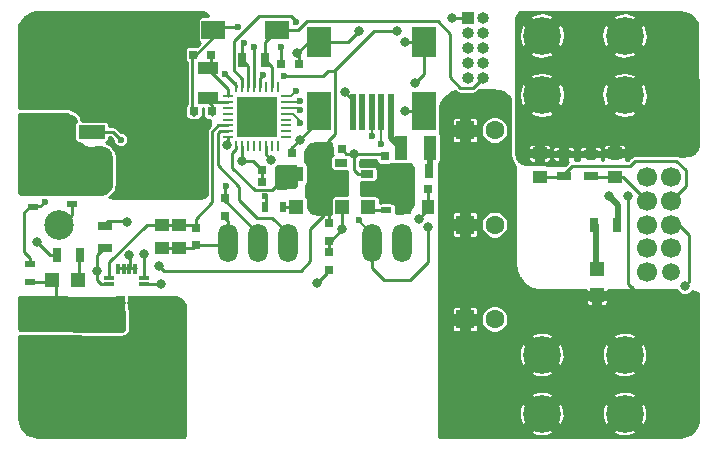
<source format=gtl>
G04 #@! TF.GenerationSoftware,KiCad,Pcbnew,(5.0.0)*
G04 #@! TF.CreationDate,2018-11-03T21:02:49-02:30*
G04 #@! TF.ProjectId,DC-DC Board Micro,44432D444320426F617264204D696372,rev?*
G04 #@! TF.SameCoordinates,Original*
G04 #@! TF.FileFunction,Copper,L1,Top,Mixed*
G04 #@! TF.FilePolarity,Positive*
%FSLAX46Y46*%
G04 Gerber Fmt 4.6, Leading zero omitted, Abs format (unit mm)*
G04 Created by KiCad (PCBNEW (5.0.0)) date 11/03/18 21:02:49*
%MOMM*%
%LPD*%
G01*
G04 APERTURE LIST*
G04 #@! TA.AperFunction,SMDPad,CuDef*
%ADD10R,1.200000X1.200000*%
G04 #@! TD*
G04 #@! TA.AperFunction,SMDPad,CuDef*
%ADD11R,0.500000X3.100000*%
G04 #@! TD*
G04 #@! TA.AperFunction,SMDPad,CuDef*
%ADD12R,2.000000X3.300000*%
G04 #@! TD*
G04 #@! TA.AperFunction,SMDPad,CuDef*
%ADD13R,2.000000X2.500000*%
G04 #@! TD*
G04 #@! TA.AperFunction,ComponentPad*
%ADD14R,1.600000X1.600000*%
G04 #@! TD*
G04 #@! TA.AperFunction,ComponentPad*
%ADD15C,1.600000*%
G04 #@! TD*
G04 #@! TA.AperFunction,ComponentPad*
%ADD16O,1.638300X3.276600*%
G04 #@! TD*
G04 #@! TA.AperFunction,SMDPad,CuDef*
%ADD17R,1.250000X1.000000*%
G04 #@! TD*
G04 #@! TA.AperFunction,ComponentPad*
%ADD18C,3.200000*%
G04 #@! TD*
G04 #@! TA.AperFunction,SMDPad,CuDef*
%ADD19R,1.300000X0.700000*%
G04 #@! TD*
G04 #@! TA.AperFunction,SMDPad,CuDef*
%ADD20R,0.700000X1.300000*%
G04 #@! TD*
G04 #@! TA.AperFunction,SMDPad,CuDef*
%ADD21R,3.050000X2.750000*%
G04 #@! TD*
G04 #@! TA.AperFunction,SMDPad,CuDef*
%ADD22R,6.400000X5.800000*%
G04 #@! TD*
G04 #@! TA.AperFunction,SMDPad,CuDef*
%ADD23R,2.200000X1.200000*%
G04 #@! TD*
G04 #@! TA.AperFunction,SMDPad,CuDef*
%ADD24R,1.000000X1.250000*%
G04 #@! TD*
G04 #@! TA.AperFunction,SMDPad,CuDef*
%ADD25R,0.800000X0.750000*%
G04 #@! TD*
G04 #@! TA.AperFunction,ComponentPad*
%ADD26R,1.000000X1.000000*%
G04 #@! TD*
G04 #@! TA.AperFunction,ComponentPad*
%ADD27O,1.000000X1.000000*%
G04 #@! TD*
G04 #@! TA.AperFunction,SMDPad,CuDef*
%ADD28R,0.900000X0.500000*%
G04 #@! TD*
G04 #@! TA.AperFunction,SMDPad,CuDef*
%ADD29R,0.850000X0.300000*%
G04 #@! TD*
G04 #@! TA.AperFunction,SMDPad,CuDef*
%ADD30R,0.300000X0.850000*%
G04 #@! TD*
G04 #@! TA.AperFunction,Conductor*
%ADD31C,0.100000*%
G04 #@! TD*
G04 #@! TA.AperFunction,SMDPad,CuDef*
%ADD32C,0.800000*%
G04 #@! TD*
G04 #@! TA.AperFunction,ComponentPad*
%ADD33C,1.500000*%
G04 #@! TD*
G04 #@! TA.AperFunction,ComponentPad*
%ADD34C,1.700000*%
G04 #@! TD*
G04 #@! TA.AperFunction,ComponentPad*
%ADD35C,3.500000*%
G04 #@! TD*
G04 #@! TA.AperFunction,ComponentPad*
%ADD36C,2.500000*%
G04 #@! TD*
G04 #@! TA.AperFunction,SMDPad,CuDef*
%ADD37R,1.060000X0.650000*%
G04 #@! TD*
G04 #@! TA.AperFunction,SMDPad,CuDef*
%ADD38R,0.750000X0.800000*%
G04 #@! TD*
G04 #@! TA.AperFunction,SMDPad,CuDef*
%ADD39R,0.500000X0.900000*%
G04 #@! TD*
G04 #@! TA.AperFunction,SMDPad,CuDef*
%ADD40R,1.140000X2.030000*%
G04 #@! TD*
G04 #@! TA.AperFunction,SMDPad,CuDef*
%ADD41R,2.000000X1.600000*%
G04 #@! TD*
G04 #@! TA.AperFunction,SMDPad,CuDef*
%ADD42R,0.280000X0.850000*%
G04 #@! TD*
G04 #@! TA.AperFunction,SMDPad,CuDef*
%ADD43R,0.850000X0.280000*%
G04 #@! TD*
G04 #@! TA.AperFunction,ComponentPad*
%ADD44C,0.200000*%
G04 #@! TD*
G04 #@! TA.AperFunction,SMDPad,CuDef*
%ADD45R,3.450000X3.450000*%
G04 #@! TD*
G04 #@! TA.AperFunction,SMDPad,CuDef*
%ADD46R,1.800000X1.000000*%
G04 #@! TD*
G04 #@! TA.AperFunction,ViaPad*
%ADD47C,0.600000*%
G04 #@! TD*
G04 #@! TA.AperFunction,ViaPad*
%ADD48C,0.800000*%
G04 #@! TD*
G04 #@! TA.AperFunction,Conductor*
%ADD49C,0.250000*%
G04 #@! TD*
G04 #@! TA.AperFunction,Conductor*
%ADD50C,0.500000*%
G04 #@! TD*
G04 #@! TA.AperFunction,Conductor*
%ADD51C,0.200000*%
G04 #@! TD*
G04 #@! TA.AperFunction,Conductor*
%ADD52C,0.254000*%
G04 #@! TD*
G04 APERTURE END LIST*
D10*
G04 #@! TO.P,D1,2*
G04 #@! TO.N,Net-(D1-Pad2)*
X74000000Y-54650000D03*
G04 #@! TO.P,D1,1*
G04 #@! TO.N,Net-(D1-Pad1)*
X76200000Y-54650000D03*
G04 #@! TD*
D11*
G04 #@! TO.P,J7,5*
G04 #@! TO.N,GND*
X99492000Y-40500000D03*
G04 #@! TO.P,J7,4*
G04 #@! TO.N,Net-(J7-Pad4)*
X100292000Y-40500000D03*
G04 #@! TO.P,J7,3*
G04 #@! TO.N,USB+*
X101092000Y-40500000D03*
G04 #@! TO.P,J7,2*
G04 #@! TO.N,USB-*
X101892000Y-40500000D03*
G04 #@! TO.P,J7,1*
G04 #@! TO.N,Net-(F1-Pad1)*
X102692000Y-40500000D03*
D12*
G04 #@! TO.P,J7,6*
G04 #@! TO.N,GND*
X105542000Y-40400000D03*
X96642000Y-40400000D03*
D13*
X105542000Y-34500000D03*
X96642000Y-34500000D03*
G04 #@! TD*
D14*
G04 #@! TO.P,C7,1*
G04 #@! TO.N,+12V*
X109000000Y-50000000D03*
D15*
G04 #@! TO.P,C7,2*
G04 #@! TO.N,GND*
X111500000Y-50000000D03*
G04 #@! TD*
D16*
G04 #@! TO.P,J4,2*
G04 #@! TO.N,VIOUT3*
X91440000Y-51562000D03*
G04 #@! TO.P,J4,1*
G04 #@! TO.N,VIOUT2*
X93980000Y-51562000D03*
G04 #@! TO.P,J4,3*
G04 #@! TO.N,GND*
X88900000Y-51562000D03*
G04 #@! TD*
D17*
G04 #@! TO.P,C4,1*
G04 #@! TO.N,Net-(C4-Pad1)*
X121666000Y-45958000D03*
G04 #@! TO.P,C4,2*
G04 #@! TO.N,GND*
X121666000Y-43958000D03*
G04 #@! TD*
D18*
G04 #@! TO.P,J1,1*
G04 #@! TO.N,/+48V*
X76495000Y-61000000D03*
X83505000Y-61000000D03*
X83505000Y-66000000D03*
X76495000Y-66000000D03*
G04 #@! TD*
G04 #@! TO.P,J2,1*
G04 #@! TO.N,Net-(J2-Pad1)*
X76495000Y-34000000D03*
X83505000Y-34000000D03*
X83505000Y-39000000D03*
X76495000Y-39000000D03*
G04 #@! TD*
D17*
G04 #@! TO.P,C1,1*
G04 #@! TO.N,VIOUT1*
X84800000Y-50000000D03*
G04 #@! TO.P,C1,2*
G04 #@! TO.N,GND*
X84800000Y-52000000D03*
G04 #@! TD*
G04 #@! TO.P,C2,1*
G04 #@! TO.N,VIOUT1*
X83312000Y-50000000D03*
G04 #@! TO.P,C2,2*
G04 #@! TO.N,GND*
X83312000Y-52000000D03*
G04 #@! TD*
G04 #@! TO.P,C3,1*
G04 #@! TO.N,Net-(C3-Pad1)*
X115316000Y-45958000D03*
G04 #@! TO.P,C3,2*
G04 #@! TO.N,GND*
X115316000Y-43958000D03*
G04 #@! TD*
D14*
G04 #@! TO.P,C6,1*
G04 #@! TO.N,+12V*
X109000000Y-58000000D03*
D15*
G04 #@! TO.P,C6,2*
G04 #@! TO.N,GND*
X111500000Y-58000000D03*
G04 #@! TD*
D14*
G04 #@! TO.P,C8,1*
G04 #@! TO.N,+12V*
X109000000Y-42000000D03*
D15*
G04 #@! TO.P,C8,2*
G04 #@! TO.N,GND*
X111500000Y-42000000D03*
G04 #@! TD*
D10*
G04 #@! TO.P,D3,2*
G04 #@! TO.N,Net-(D3-Pad2)*
X100800000Y-48500000D03*
G04 #@! TO.P,D3,1*
G04 #@! TO.N,GND*
X98600000Y-48500000D03*
G04 #@! TD*
D19*
G04 #@! TO.P,R4,1*
G04 #@! TO.N,+3V3*
X78486000Y-52004000D03*
G04 #@! TO.P,R4,2*
G04 #@! TO.N,Net-(R4-Pad2)*
X78486000Y-50104000D03*
G04 #@! TD*
G04 #@! TO.P,R6,1*
G04 #@! TO.N,Net-(C3-Pad1)*
X117348000Y-45908000D03*
G04 #@! TO.P,R6,2*
G04 #@! TO.N,GND*
X117348000Y-44008000D03*
G04 #@! TD*
D20*
G04 #@! TO.P,R8,1*
G04 #@! TO.N,Net-(D2-Pad1)*
X119954000Y-50038000D03*
G04 #@! TO.P,R8,2*
G04 #@! TO.N,GND*
X121854000Y-50038000D03*
G04 #@! TD*
D21*
G04 #@! TO.P,Q1,2*
G04 #@! TO.N,Net-(J2-Pad1)*
X82025000Y-45925000D03*
X85375000Y-42875000D03*
X82025000Y-42875000D03*
X85375000Y-45925000D03*
D22*
X83700000Y-44400000D03*
D23*
G04 #@! TO.P,Q1,3*
G04 #@! TO.N,Earth*
X77400000Y-46680000D03*
G04 #@! TO.P,Q1,1*
G04 #@! TO.N,Net-(Q1-Pad1)*
X77400000Y-42120000D03*
G04 #@! TD*
D24*
G04 #@! TO.P,C5,2*
G04 #@! TO.N,GND*
X105900000Y-48500000D03*
G04 #@! TO.P,C5,1*
G04 #@! TO.N,+5V*
X103900000Y-48500000D03*
G04 #@! TD*
D25*
G04 #@! TO.P,C18,2*
G04 #@! TO.N,GND*
X86000000Y-35600000D03*
G04 #@! TO.P,C18,1*
G04 #@! TO.N,Net-(C18-Pad1)*
X87500000Y-35600000D03*
G04 #@! TD*
G04 #@! TO.P,C19,1*
G04 #@! TO.N,Net-(C19-Pad1)*
X87550000Y-40400000D03*
G04 #@! TO.P,C19,2*
G04 #@! TO.N,GND*
X86050000Y-40400000D03*
G04 #@! TD*
D10*
G04 #@! TO.P,D2,2*
G04 #@! TO.N,+12V*
X120142000Y-55964000D03*
G04 #@! TO.P,D2,1*
G04 #@! TO.N,Net-(D2-Pad1)*
X120142000Y-53764000D03*
G04 #@! TD*
G04 #@! TO.P,D4,1*
G04 #@! TO.N,Net-(D4-Pad1)*
X94700000Y-48500000D03*
G04 #@! TO.P,D4,2*
G04 #@! TO.N,+3V3*
X96900000Y-48500000D03*
G04 #@! TD*
D16*
G04 #@! TO.P,J3,2*
G04 #@! TO.N,SCL*
X101092000Y-51562000D03*
G04 #@! TO.P,J3,1*
G04 #@! TO.N,SDA*
X103632000Y-51562000D03*
G04 #@! TD*
D18*
G04 #@! TO.P,J5,1*
G04 #@! TO.N,+12V*
X122505000Y-66000000D03*
X115495000Y-66000000D03*
X115495000Y-61000000D03*
X122505000Y-61000000D03*
G04 #@! TD*
G04 #@! TO.P,J6,1*
G04 #@! TO.N,GND*
X122505000Y-34000000D03*
X115495000Y-34000000D03*
X115495000Y-39000000D03*
X122505000Y-39000000D03*
G04 #@! TD*
D26*
G04 #@! TO.P,J8,1*
G04 #@! TO.N,+3V3*
X109220000Y-32512000D03*
D27*
G04 #@! TO.P,J8,2*
G04 #@! TO.N,SWDIO*
X110490000Y-32512000D03*
G04 #@! TO.P,J8,3*
G04 #@! TO.N,GND*
X109220000Y-33782000D03*
G04 #@! TO.P,J8,4*
G04 #@! TO.N,SWCLK*
X110490000Y-33782000D03*
G04 #@! TO.P,J8,5*
G04 #@! TO.N,GND*
X109220000Y-35052000D03*
G04 #@! TO.P,J8,6*
G04 #@! TO.N,Net-(J8-Pad6)*
X110490000Y-35052000D03*
G04 #@! TO.P,J8,7*
G04 #@! TO.N,Net-(J8-Pad7)*
X109220000Y-36322000D03*
G04 #@! TO.P,J8,8*
G04 #@! TO.N,Net-(J8-Pad8)*
X110490000Y-36322000D03*
G04 #@! TO.P,J8,9*
G04 #@! TO.N,Net-(J8-Pad9)*
X109220000Y-37592000D03*
G04 #@! TO.P,J8,10*
G04 #@! TO.N,~RESET~*
X110490000Y-37592000D03*
G04 #@! TD*
D20*
G04 #@! TO.P,L1,1*
G04 #@! TO.N,3V3_FILT*
X94950000Y-45700000D03*
G04 #@! TO.P,L1,2*
G04 #@! TO.N,+3V3*
X96850000Y-45700000D03*
G04 #@! TD*
G04 #@! TO.P,L2,2*
G04 #@! TO.N,Net-(F1-Pad2)*
X105950000Y-45500000D03*
G04 #@! TO.P,L2,1*
G04 #@! TO.N,+5V*
X104050000Y-45500000D03*
G04 #@! TD*
G04 #@! TO.P,R1,2*
G04 #@! TO.N,Earth*
X74488000Y-52578000D03*
G04 #@! TO.P,R1,1*
G04 #@! TO.N,Net-(D1-Pad1)*
X76388000Y-52578000D03*
G04 #@! TD*
D28*
G04 #@! TO.P,R2,2*
G04 #@! TO.N,Net-(Q1-Pad1)*
X72136000Y-53352000D03*
G04 #@! TO.P,R2,1*
G04 #@! TO.N,Net-(D1-Pad2)*
X72136000Y-54852000D03*
G04 #@! TD*
G04 #@! TO.P,R3,1*
G04 #@! TO.N,Net-(Q1-Pad1)*
X72390000Y-48490000D03*
G04 #@! TO.P,R3,2*
G04 #@! TO.N,Earth*
X72390000Y-46990000D03*
G04 #@! TD*
G04 #@! TO.P,R5,1*
G04 #@! TO.N,Net-(R5-Pad1)*
X75692000Y-48248000D03*
G04 #@! TO.P,R5,2*
G04 #@! TO.N,Earth*
X75692000Y-46748000D03*
G04 #@! TD*
D19*
G04 #@! TO.P,R7,2*
G04 #@! TO.N,GND*
X119634000Y-44008000D03*
G04 #@! TO.P,R7,1*
G04 #@! TO.N,Net-(C4-Pad1)*
X119634000Y-45908000D03*
G04 #@! TD*
D20*
G04 #@! TO.P,R10,2*
G04 #@! TO.N,~RESET~*
X92050000Y-36100000D03*
G04 #@! TO.P,R10,1*
G04 #@! TO.N,+3V3*
X90150000Y-36100000D03*
G04 #@! TD*
D29*
G04 #@! TO.P,U1,12*
G04 #@! TO.N,+3V3*
X78840000Y-55040000D03*
G04 #@! TO.P,U1,11*
G04 #@! TO.N,VIOUT1*
X78840000Y-54540000D03*
D30*
G04 #@! TO.P,U1,7*
G04 #@! TO.N,GND*
X80090000Y-53790000D03*
X80590000Y-53790000D03*
X79590000Y-53790000D03*
X81090000Y-53790000D03*
D29*
G04 #@! TO.P,U1,6*
G04 #@! TO.N,Net-(R4-Pad2)*
X81840000Y-54540000D03*
G04 #@! TO.P,U1,5*
G04 #@! TO.N,GND*
X81840000Y-55040000D03*
D31*
G04 #@! TD*
G04 #@! TO.N,Net-(D1-Pad2)*
G04 #@! TO.C,U1*
G36*
X80131762Y-56005578D02*
X80143411Y-56007306D01*
X80154834Y-56010167D01*
X80165922Y-56014134D01*
X80176568Y-56019169D01*
X80186668Y-56025224D01*
X80196127Y-56032239D01*
X80204853Y-56040147D01*
X80212761Y-56048873D01*
X80219776Y-56058332D01*
X80225831Y-56068432D01*
X80230866Y-56079078D01*
X80234833Y-56090166D01*
X80237694Y-56101589D01*
X80239422Y-56113238D01*
X80240000Y-56125000D01*
X80240000Y-57155000D01*
X80239422Y-57166762D01*
X80237694Y-57178411D01*
X80234833Y-57189834D01*
X80230866Y-57200922D01*
X80225831Y-57211568D01*
X80219776Y-57221668D01*
X80212761Y-57231127D01*
X80204853Y-57239853D01*
X80196127Y-57247761D01*
X80186668Y-57254776D01*
X80176568Y-57260831D01*
X80165922Y-57265866D01*
X80154834Y-57269833D01*
X80143411Y-57272694D01*
X80131762Y-57274422D01*
X80120000Y-57275000D01*
X79560000Y-57275000D01*
X79548238Y-57274422D01*
X79536589Y-57272694D01*
X79525166Y-57269833D01*
X79514078Y-57265866D01*
X79503432Y-57260831D01*
X79493332Y-57254776D01*
X79483873Y-57247761D01*
X79475147Y-57239853D01*
X79467239Y-57231127D01*
X79460224Y-57221668D01*
X79454169Y-57211568D01*
X79449134Y-57200922D01*
X79445167Y-57189834D01*
X79442306Y-57178411D01*
X79440578Y-57166762D01*
X79440000Y-57155000D01*
X79440000Y-56125000D01*
X79440578Y-56113238D01*
X79442306Y-56101589D01*
X79445167Y-56090166D01*
X79449134Y-56079078D01*
X79454169Y-56068432D01*
X79460224Y-56058332D01*
X79467239Y-56048873D01*
X79475147Y-56040147D01*
X79483873Y-56032239D01*
X79493332Y-56025224D01*
X79503432Y-56019169D01*
X79514078Y-56014134D01*
X79525166Y-56010167D01*
X79536589Y-56007306D01*
X79548238Y-56005578D01*
X79560000Y-56005000D01*
X80120000Y-56005000D01*
X80131762Y-56005578D01*
X80131762Y-56005578D01*
G37*
D32*
G04 #@! TO.P,U1,1*
G04 #@! TO.N,Net-(D1-Pad2)*
X79840000Y-56640000D03*
D31*
G04 #@! TD*
G04 #@! TO.N,/+48V*
G04 #@! TO.C,U1*
G36*
X81131762Y-56005578D02*
X81143411Y-56007306D01*
X81154834Y-56010167D01*
X81165922Y-56014134D01*
X81176568Y-56019169D01*
X81186668Y-56025224D01*
X81196127Y-56032239D01*
X81204853Y-56040147D01*
X81212761Y-56048873D01*
X81219776Y-56058332D01*
X81225831Y-56068432D01*
X81230866Y-56079078D01*
X81234833Y-56090166D01*
X81237694Y-56101589D01*
X81239422Y-56113238D01*
X81240000Y-56125000D01*
X81240000Y-57155000D01*
X81239422Y-57166762D01*
X81237694Y-57178411D01*
X81234833Y-57189834D01*
X81230866Y-57200922D01*
X81225831Y-57211568D01*
X81219776Y-57221668D01*
X81212761Y-57231127D01*
X81204853Y-57239853D01*
X81196127Y-57247761D01*
X81186668Y-57254776D01*
X81176568Y-57260831D01*
X81165922Y-57265866D01*
X81154834Y-57269833D01*
X81143411Y-57272694D01*
X81131762Y-57274422D01*
X81120000Y-57275000D01*
X80560000Y-57275000D01*
X80548238Y-57274422D01*
X80536589Y-57272694D01*
X80525166Y-57269833D01*
X80514078Y-57265866D01*
X80503432Y-57260831D01*
X80493332Y-57254776D01*
X80483873Y-57247761D01*
X80475147Y-57239853D01*
X80467239Y-57231127D01*
X80460224Y-57221668D01*
X80454169Y-57211568D01*
X80449134Y-57200922D01*
X80445167Y-57189834D01*
X80442306Y-57178411D01*
X80440578Y-57166762D01*
X80440000Y-57155000D01*
X80440000Y-56125000D01*
X80440578Y-56113238D01*
X80442306Y-56101589D01*
X80445167Y-56090166D01*
X80449134Y-56079078D01*
X80454169Y-56068432D01*
X80460224Y-56058332D01*
X80467239Y-56048873D01*
X80475147Y-56040147D01*
X80483873Y-56032239D01*
X80493332Y-56025224D01*
X80503432Y-56019169D01*
X80514078Y-56014134D01*
X80525166Y-56010167D01*
X80536589Y-56007306D01*
X80548238Y-56005578D01*
X80560000Y-56005000D01*
X81120000Y-56005000D01*
X81131762Y-56005578D01*
X81131762Y-56005578D01*
G37*
D32*
G04 #@! TO.P,U1,3*
G04 #@! TO.N,/+48V*
X80840000Y-56640000D03*
G04 #@! TD*
D33*
G04 #@! TO.P,U2,15*
G04 #@! TO.N,GND*
X126400000Y-54000000D03*
D34*
G04 #@! TO.P,U2,14*
G04 #@! TO.N,Net-(U2-Pad14)*
X124400000Y-54000000D03*
G04 #@! TO.P,U2,12*
G04 #@! TO.N,Net-(U2-Pad12)*
X124400000Y-52000000D03*
G04 #@! TO.P,U2,13*
G04 #@! TO.N,GND*
X126400000Y-52000000D03*
G04 #@! TO.P,U2,10*
G04 #@! TO.N,SCL*
X124400000Y-50000000D03*
G04 #@! TO.P,U2,11*
G04 #@! TO.N,SDA*
X126400000Y-50000000D03*
G04 #@! TO.P,U2,9*
G04 #@! TO.N,Net-(C3-Pad1)*
X126400000Y-48000000D03*
G04 #@! TO.P,U2,8*
G04 #@! TO.N,Net-(C4-Pad1)*
X124400000Y-48000000D03*
G04 #@! TO.P,U2,7*
G04 #@! TO.N,GND*
X126400000Y-46000000D03*
G04 #@! TO.P,U2,6*
G04 #@! TO.N,+12V*
X124400000Y-46000000D03*
D35*
G04 #@! TO.P,U2,16*
X125400000Y-57620000D03*
G04 #@! TO.P,U2,5*
G04 #@! TO.N,GND*
X125400000Y-42380000D03*
D36*
G04 #@! TO.P,U2,1*
G04 #@! TO.N,Net-(D1-Pad2)*
X74600000Y-57620000D03*
G04 #@! TO.P,U2,2*
G04 #@! TO.N,Net-(R5-Pad1)*
X74600000Y-50000000D03*
G04 #@! TO.P,U2,4*
G04 #@! TO.N,Earth*
X74600000Y-42380000D03*
G04 #@! TD*
D37*
G04 #@! TO.P,U3,5*
G04 #@! TO.N,+3V3*
X98500000Y-46650000D03*
G04 #@! TO.P,U3,4*
G04 #@! TO.N,Net-(U3-Pad4)*
X98500000Y-44750000D03*
G04 #@! TO.P,U3,3*
G04 #@! TO.N,+5V*
X100700000Y-44750000D03*
G04 #@! TO.P,U3,2*
G04 #@! TO.N,GND*
X100700000Y-45700000D03*
G04 #@! TO.P,U3,1*
G04 #@! TO.N,+5V*
X100700000Y-46650000D03*
G04 #@! TD*
D38*
G04 #@! TO.P,C9,2*
G04 #@! TO.N,GND*
X97500000Y-51350000D03*
G04 #@! TO.P,C9,1*
G04 #@! TO.N,+3V3*
X97500000Y-49850000D03*
G04 #@! TD*
D25*
G04 #@! TO.P,C10,1*
G04 #@! TO.N,+3V3*
X95850000Y-43900000D03*
G04 #@! TO.P,C10,2*
G04 #@! TO.N,GND*
X94350000Y-43900000D03*
G04 #@! TD*
G04 #@! TO.P,C11,2*
G04 #@! TO.N,GND*
X98550000Y-43600000D03*
G04 #@! TO.P,C11,1*
G04 #@! TO.N,+3V3*
X97050000Y-43600000D03*
G04 #@! TD*
G04 #@! TO.P,C12,1*
G04 #@! TO.N,3V3_FILT*
X93350000Y-46400000D03*
G04 #@! TO.P,C12,2*
G04 #@! TO.N,GND*
X91850000Y-46400000D03*
G04 #@! TD*
G04 #@! TO.P,C13,2*
G04 #@! TO.N,GND*
X91850000Y-45400000D03*
G04 #@! TO.P,C13,1*
G04 #@! TO.N,3V3_FILT*
X93350000Y-45400000D03*
G04 #@! TD*
G04 #@! TO.P,C14,1*
G04 #@! TO.N,+5V*
X104350000Y-47000000D03*
G04 #@! TO.P,C14,2*
G04 #@! TO.N,GND*
X105850000Y-47000000D03*
G04 #@! TD*
D38*
G04 #@! TO.P,C15,2*
G04 #@! TO.N,GND*
X102200000Y-44150000D03*
G04 #@! TO.P,C15,1*
G04 #@! TO.N,+5V*
X102200000Y-45650000D03*
G04 #@! TD*
G04 #@! TO.P,C16,1*
G04 #@! TO.N,VIOUT1*
X86200000Y-50250000D03*
G04 #@! TO.P,C16,2*
G04 #@! TO.N,GND*
X86200000Y-51750000D03*
G04 #@! TD*
G04 #@! TO.P,C17,2*
G04 #@! TO.N,GND*
X97500000Y-52350000D03*
G04 #@! TO.P,C17,1*
G04 #@! TO.N,VIOUT2*
X97500000Y-53850000D03*
G04 #@! TD*
G04 #@! TO.P,C20,1*
G04 #@! TO.N,VIOUT3*
X88700000Y-47750000D03*
G04 #@! TO.P,C20,2*
G04 #@! TO.N,GND*
X88700000Y-49250000D03*
G04 #@! TD*
D25*
G04 #@! TO.P,C21,2*
G04 #@! TO.N,GND*
X94950000Y-36400000D03*
G04 #@! TO.P,C21,1*
G04 #@! TO.N,Net-(C21-Pad1)*
X93450000Y-36400000D03*
G04 #@! TD*
D28*
G04 #@! TO.P,R9,2*
G04 #@! TO.N,Net-(D3-Pad2)*
X102300000Y-48750000D03*
G04 #@! TO.P,R9,1*
G04 #@! TO.N,+5V*
X102300000Y-47250000D03*
G04 #@! TD*
D39*
G04 #@! TO.P,R11,1*
G04 #@! TO.N,Net-(R11-Pad1)*
X92050000Y-48500000D03*
G04 #@! TO.P,R11,2*
G04 #@! TO.N,Net-(D4-Pad1)*
X93550000Y-48500000D03*
G04 #@! TD*
D40*
G04 #@! TO.P,F1,1*
G04 #@! TO.N,Net-(F1-Pad1)*
X103600000Y-43500000D03*
G04 #@! TO.P,F1,2*
G04 #@! TO.N,Net-(F1-Pad2)*
X106000000Y-43500000D03*
G04 #@! TD*
D41*
G04 #@! TO.P,SW1,1*
G04 #@! TO.N,GND*
X87700000Y-33500000D03*
G04 #@! TO.P,SW1,2*
G04 #@! TO.N,~RESET~*
X93100000Y-33500000D03*
G04 #@! TD*
D42*
G04 #@! TO.P,U4,32*
G04 #@! TO.N,SWDIO*
X89630000Y-38375000D03*
G04 #@! TO.P,U4,31*
G04 #@! TO.N,SWCLK*
X90130000Y-38375000D03*
G04 #@! TO.P,U4,30*
G04 #@! TO.N,+3V3*
X90630000Y-38375000D03*
G04 #@! TO.P,U4,29*
G04 #@! TO.N,Net-(C21-Pad1)*
X91130000Y-38375000D03*
G04 #@! TO.P,U4,28*
G04 #@! TO.N,GND*
X91630000Y-38375000D03*
G04 #@! TO.P,U4,27*
G04 #@! TO.N,Net-(U4-Pad27)*
X92130000Y-38375000D03*
G04 #@! TO.P,U4,26*
G04 #@! TO.N,~RESET~*
X92630000Y-38375000D03*
D43*
G04 #@! TO.P,U4,24*
G04 #@! TO.N,USB+*
X93855000Y-39100000D03*
G04 #@! TO.P,U4,23*
G04 #@! TO.N,USB-*
X93855000Y-39600000D03*
G04 #@! TO.P,U4,22*
G04 #@! TO.N,SCL*
X93855000Y-40100000D03*
G04 #@! TO.P,U4,21*
G04 #@! TO.N,SDA*
X93855000Y-40600000D03*
G04 #@! TO.P,U4,20*
G04 #@! TO.N,Net-(U4-Pad20)*
X93855000Y-41100000D03*
G04 #@! TO.P,U4,19*
G04 #@! TO.N,Net-(U4-Pad19)*
X93855000Y-41600000D03*
G04 #@! TO.P,U4,18*
G04 #@! TO.N,Net-(U4-Pad18)*
X93855000Y-42100000D03*
D42*
G04 #@! TO.P,U4,16*
G04 #@! TO.N,Net-(U4-Pad16)*
X93130000Y-43325000D03*
G04 #@! TO.P,U4,15*
G04 #@! TO.N,Net-(U4-Pad15)*
X92630000Y-43325000D03*
G04 #@! TO.P,U4,14*
G04 #@! TO.N,Net-(R11-Pad1)*
X92130000Y-43325000D03*
G04 #@! TO.P,U4,13*
G04 #@! TO.N,Net-(U4-Pad13)*
X91630000Y-43325000D03*
G04 #@! TO.P,U4,12*
G04 #@! TO.N,Net-(U4-Pad12)*
X91130000Y-43325000D03*
G04 #@! TO.P,U4,11*
G04 #@! TO.N,Net-(U4-Pad11)*
X90630000Y-43325000D03*
G04 #@! TO.P,U4,10*
G04 #@! TO.N,GND*
X90130000Y-43325000D03*
D43*
G04 #@! TO.P,U4,8*
G04 #@! TO.N,VIOUT3*
X88905000Y-42600000D03*
G04 #@! TO.P,U4,7*
G04 #@! TO.N,VIOUT2*
X88905000Y-42100000D03*
G04 #@! TO.P,U4,6*
G04 #@! TO.N,VIOUT1*
X88905000Y-41600000D03*
G04 #@! TO.P,U4,5*
G04 #@! TO.N,Net-(U4-Pad5)*
X88905000Y-41100000D03*
G04 #@! TO.P,U4,4*
G04 #@! TO.N,Net-(U4-Pad4)*
X88905000Y-40600000D03*
G04 #@! TO.P,U4,3*
G04 #@! TO.N,Net-(U4-Pad3)*
X88905000Y-40100000D03*
G04 #@! TO.P,U4,2*
G04 #@! TO.N,Net-(C19-Pad1)*
X88905000Y-39600000D03*
G04 #@! TO.P,U4,1*
G04 #@! TO.N,Net-(C18-Pad1)*
X88905000Y-39100000D03*
D44*
G04 #@! TO.P,U4,33*
G04 #@! TO.N,N/C*
X90380000Y-41850000D03*
X90380000Y-40850000D03*
X90380000Y-39850000D03*
X91380000Y-41850000D03*
X91380000Y-40849999D03*
X91380000Y-39850000D03*
X92380000Y-41850000D03*
X92380000Y-40850000D03*
X92380000Y-39850000D03*
D45*
X91380000Y-40849999D03*
D42*
G04 #@! TO.P,U4,9*
G04 #@! TO.N,3V3_FILT*
X89630000Y-43325000D03*
D43*
G04 #@! TO.P,U4,17*
G04 #@! TO.N,Net-(U4-Pad17)*
X93855000Y-42600000D03*
D42*
G04 #@! TO.P,U4,25*
G04 #@! TO.N,Net-(U4-Pad25)*
X93130000Y-38375000D03*
G04 #@! TD*
D46*
G04 #@! TO.P,Y1,1*
G04 #@! TO.N,Net-(C18-Pad1)*
X87200000Y-36750000D03*
G04 #@! TO.P,Y1,2*
G04 #@! TO.N,Net-(C19-Pad1)*
X87200000Y-39250000D03*
G04 #@! TD*
D47*
G04 #@! TO.N,/+48V*
X81100000Y-58200000D03*
X82700000Y-57300000D03*
X82800000Y-58700000D03*
X81000000Y-59700000D03*
D48*
X79140000Y-61010000D03*
X80820000Y-62480000D03*
X79200000Y-65400000D03*
X80670000Y-66760000D03*
X84380000Y-63520000D03*
X75250000Y-63510000D03*
X73740000Y-67210000D03*
X72340000Y-65560000D03*
X73970000Y-64630000D03*
X72390000Y-62510000D03*
X73720000Y-60550000D03*
X81800000Y-64000000D03*
X77700000Y-63500000D03*
G04 #@! TO.N,+12V*
X127650000Y-66820000D03*
X125260000Y-65370000D03*
X127360000Y-62240000D03*
X125480000Y-61060000D03*
X127850000Y-59710000D03*
X124140000Y-63400000D03*
X120980000Y-63370000D03*
X117300000Y-63450000D03*
X113600000Y-63440000D03*
X118390000Y-67130000D03*
X119400000Y-64940000D03*
X119020000Y-62120000D03*
X120030000Y-60270000D03*
X117860000Y-59040000D03*
X122380000Y-58200000D03*
X116320000Y-56360000D03*
X114520000Y-58240000D03*
X112700000Y-62000000D03*
X110900000Y-63600000D03*
X108500000Y-62200000D03*
X108180000Y-64330000D03*
X111590000Y-65410000D03*
X109190000Y-66650000D03*
X112740000Y-67100000D03*
X119970000Y-57660000D03*
X122500000Y-56340000D03*
X127490000Y-64520000D03*
X122816514Y-47584413D03*
G04 #@! TO.N,GND*
X80512653Y-52612653D03*
X83290000Y-55010000D03*
X115210000Y-42710000D03*
X117348000Y-41480000D03*
X119634000Y-42672000D03*
X122670000Y-41650000D03*
X119000000Y-39770000D03*
X120040000Y-37890000D03*
X117190000Y-36500000D03*
X114200000Y-36540000D03*
X118410000Y-34480000D03*
X117650000Y-32830000D03*
X119880000Y-32830000D03*
X119900000Y-36000000D03*
X122174000Y-36420000D03*
X125220000Y-38550000D03*
X127840000Y-40640000D03*
X127600000Y-37800000D03*
X125984000Y-35052000D03*
X127762000Y-33528000D03*
X125580000Y-33240000D03*
X121200000Y-47574990D03*
X98800000Y-38800000D03*
X105100000Y-49500000D03*
X99600000Y-44000000D03*
X103900000Y-34500000D03*
X103900000Y-40400000D03*
X90100000Y-44600000D03*
X95000000Y-42800000D03*
X94800000Y-35500000D03*
D47*
X91855000Y-37365384D03*
D48*
X100000000Y-33600000D03*
D47*
X89758051Y-33258051D03*
D48*
X104800000Y-38000000D03*
X98600000Y-50400000D03*
G04 #@! TO.N,Earth*
X72750000Y-51450000D03*
X77740000Y-44000000D03*
X77760000Y-45200000D03*
X76120000Y-44820000D03*
X74440000Y-45740000D03*
X73630000Y-44330000D03*
X72350001Y-45590000D03*
X71860000Y-43390000D03*
X72500000Y-41420000D03*
G04 #@! TO.N,+3V3*
X77800000Y-53900000D03*
X83100000Y-53500000D03*
X107900000Y-32500000D03*
X103200000Y-33600000D03*
D47*
X90262653Y-34662653D03*
X93700000Y-37400000D03*
D48*
G04 #@! TO.N,SDA*
X127600000Y-55200000D03*
D47*
X95000000Y-41400000D03*
D48*
G04 #@! TO.N,SCL*
X105900000Y-50200000D03*
D47*
X95000000Y-40300000D03*
X100000010Y-49600000D03*
G04 #@! TO.N,Net-(D1-Pad2)*
X76900000Y-58500000D03*
X76600000Y-56700000D03*
X77800000Y-57300000D03*
X78600000Y-58500000D03*
G04 #@! TO.N,Net-(Q1-Pad1)*
X79850000Y-42800000D03*
X73430000Y-48060000D03*
D48*
G04 #@! TO.N,VIOUT3*
X88825000Y-43300000D03*
D47*
X88800006Y-46700000D03*
D48*
G04 #@! TO.N,VIOUT2*
X96500000Y-54900000D03*
D47*
G04 #@! TO.N,Net-(C21-Pad1)*
X93400000Y-35000000D03*
X91100000Y-35000000D03*
D48*
G04 #@! TO.N,Net-(J2-Pad1)*
X74220000Y-32600000D03*
X79810000Y-32810000D03*
X80720000Y-34140000D03*
X73520000Y-34510000D03*
X74910000Y-37090000D03*
X73490000Y-39310000D03*
X72050000Y-38320000D03*
X77290000Y-36590000D03*
X78870000Y-35590000D03*
X81110000Y-37320000D03*
X82500000Y-36410000D03*
X79550000Y-39880000D03*
X81550000Y-46070000D03*
X83990000Y-46110000D03*
X86370000Y-46100000D03*
X86350000Y-44120000D03*
X83990000Y-44090000D03*
X81520000Y-44170000D03*
X86340000Y-42370000D03*
X84050000Y-42340000D03*
X81510000Y-42370000D03*
X72000000Y-33100000D03*
D47*
G04 #@! TO.N,USB-*
X95000000Y-39500000D03*
X101900000Y-43200000D03*
G04 #@! TO.N,USB+*
X94700000Y-38700000D03*
X101100000Y-42500000D03*
G04 #@! TO.N,SWCLK*
X94663783Y-32852319D03*
G04 #@! TO.N,SWDIO*
X88712653Y-37287347D03*
D48*
G04 #@! TO.N,Net-(R4-Pad2)*
X81800000Y-52500000D03*
X80350000Y-49750000D03*
G04 #@! TO.N,Net-(R11-Pad1)*
X92600000Y-44500000D03*
D47*
X92100000Y-47600000D03*
G04 #@! TD*
D49*
G04 #@! TO.N,+12V*
X123100000Y-55320000D02*
X123300000Y-55520000D01*
X123300000Y-55520000D02*
X125400000Y-57620000D01*
X123300000Y-55520000D02*
X122816514Y-55036514D01*
X122816514Y-55036514D02*
X122816514Y-48150098D01*
X122816514Y-48150098D02*
X122816514Y-47584413D01*
G04 #@! TO.N,GND*
X124870000Y-42380000D02*
X125400000Y-42380000D01*
X79650000Y-53700000D02*
X80150000Y-53700000D01*
X80150000Y-53700000D02*
X80650000Y-53700000D01*
X81150000Y-53700000D02*
X80650000Y-53700000D01*
X80650000Y-53700000D02*
X80650000Y-52750000D01*
X80650000Y-52750000D02*
X80512653Y-52612653D01*
X121975000Y-49775000D02*
X121975000Y-49725000D01*
X83260000Y-55040000D02*
X83290000Y-55010000D01*
X81840000Y-55040000D02*
X83260000Y-55040000D01*
D50*
X121950000Y-49725000D02*
X121950000Y-48324990D01*
X121950000Y-48324990D02*
X121599999Y-47974989D01*
X121599999Y-47974989D02*
X121200000Y-47574990D01*
D49*
X99492000Y-40500000D02*
X99492000Y-39492000D01*
X99492000Y-39492000D02*
X98800000Y-38800000D01*
X105900000Y-48500000D02*
X105900000Y-48700000D01*
X105900000Y-48700000D02*
X105100000Y-49500000D01*
X100700000Y-45700000D02*
X99900000Y-45700000D01*
X99900000Y-45700000D02*
X99600000Y-45400000D01*
X99600000Y-45400000D02*
X99600000Y-44000000D01*
X98950000Y-44000000D02*
X98550000Y-43600000D01*
X99600000Y-44000000D02*
X98950000Y-44000000D01*
X102050000Y-44000000D02*
X102200000Y-44150000D01*
X99600000Y-44000000D02*
X102050000Y-44000000D01*
X105542000Y-34500000D02*
X103900000Y-34500000D01*
X105542000Y-40400000D02*
X103900000Y-40400000D01*
X96642000Y-40400000D02*
X96642000Y-41692000D01*
X96642000Y-40400000D02*
X96642000Y-40058000D01*
X90130000Y-43325000D02*
X90130000Y-44570000D01*
X90130000Y-44570000D02*
X90100000Y-44600000D01*
X91850000Y-46400000D02*
X91850000Y-45400000D01*
X91050000Y-44600000D02*
X90100000Y-44600000D01*
X91850000Y-45400000D02*
X91050000Y-44600000D01*
X94250000Y-43550000D02*
X95000000Y-42800000D01*
X83312000Y-52000000D02*
X84800000Y-52000000D01*
X85950000Y-52000000D02*
X86200000Y-51750000D01*
X84800000Y-52000000D02*
X85950000Y-52000000D01*
X88712000Y-51750000D02*
X88900000Y-51562000D01*
X86200000Y-51750000D02*
X88712000Y-51750000D01*
X98600000Y-48500000D02*
X98600000Y-48900000D01*
X94950000Y-36400000D02*
X94950000Y-35650000D01*
X94950000Y-35650000D02*
X94800000Y-35500000D01*
X91630000Y-38375000D02*
X91630000Y-37590384D01*
X91630000Y-37590384D02*
X91855000Y-37365384D01*
X99100000Y-34500000D02*
X99600001Y-33999999D01*
X99600001Y-33999999D02*
X100000000Y-33600000D01*
X96642000Y-34500000D02*
X99100000Y-34500000D01*
X95800000Y-34500000D02*
X94800000Y-35500000D01*
X96642000Y-34500000D02*
X95800000Y-34500000D01*
X96642000Y-41158000D02*
X96642000Y-40400000D01*
X95000000Y-42800000D02*
X96642000Y-41158000D01*
X88900000Y-50875000D02*
X88900000Y-51562000D01*
X89500000Y-33300000D02*
X89800000Y-33300000D01*
X87700000Y-33500000D02*
X87900000Y-33300000D01*
X87900000Y-33300000D02*
X89500000Y-33300000D01*
X86025000Y-40700000D02*
X85900000Y-40575000D01*
X86050000Y-40700000D02*
X86025000Y-40700000D01*
X85900000Y-40275000D02*
X85900000Y-35639998D01*
X86000000Y-35700000D02*
X86025000Y-35700000D01*
X105542000Y-34500000D02*
X105542000Y-37258000D01*
X105542000Y-37258000D02*
X104800000Y-38000000D01*
X87700000Y-33700000D02*
X87700000Y-33500000D01*
X87700000Y-34139998D02*
X87700000Y-33700000D01*
X86025000Y-35775000D02*
X86064998Y-35775000D01*
X86064998Y-35775000D02*
X87700000Y-34139998D01*
X98600000Y-48500000D02*
X98600000Y-50400000D01*
X97500000Y-52350000D02*
X97500000Y-51350000D01*
X97650000Y-51350000D02*
X98600000Y-50400000D01*
X97500000Y-51350000D02*
X97650000Y-51350000D01*
X88900000Y-49673700D02*
X88476300Y-49250000D01*
X88900000Y-51562000D02*
X88900000Y-49673700D01*
X105900000Y-47450000D02*
X105900000Y-48500000D01*
X105900000Y-47000000D02*
X105900000Y-47450000D01*
G04 #@! TO.N,Earth*
X74350000Y-52600000D02*
X73900000Y-52600000D01*
X73900000Y-52600000D02*
X72750000Y-51450000D01*
G04 #@! TO.N,Net-(C3-Pad1)*
X117350000Y-46000000D02*
X117400000Y-45950000D01*
X115250000Y-46000000D02*
X117350000Y-46000000D01*
X117400000Y-45700000D02*
X117400000Y-45950000D01*
X127700000Y-46700000D02*
X127700000Y-45404000D01*
X126400000Y-48000000D02*
X127700000Y-46700000D01*
X127700000Y-45404000D02*
X126896000Y-44600000D01*
X118100000Y-45000000D02*
X117400000Y-45700000D01*
X126896000Y-44600000D02*
X123400000Y-44600000D01*
X123400000Y-44600000D02*
X123000000Y-45000000D01*
X123000000Y-45000000D02*
X118100000Y-45000000D01*
G04 #@! TO.N,Net-(C4-Pad1)*
X122350000Y-45950000D02*
X121600000Y-45950000D01*
X124400000Y-48000000D02*
X122350000Y-45950000D01*
X121600000Y-45950000D02*
X119500000Y-45950000D01*
G04 #@! TO.N,+3V3*
X77800000Y-54525000D02*
X77800000Y-53900000D01*
X77800000Y-52550000D02*
X78400000Y-51950000D01*
X77800000Y-53900000D02*
X77800000Y-52550000D01*
X77800000Y-54675000D02*
X77800000Y-54525000D01*
X78165000Y-55040000D02*
X77800000Y-54675000D01*
X78840000Y-55040000D02*
X78165000Y-55040000D01*
X83499999Y-53899999D02*
X95100001Y-53899999D01*
X83100000Y-53500000D02*
X83499999Y-53899999D01*
X95100001Y-53899999D02*
X95900000Y-53100000D01*
X97100000Y-49175000D02*
X97100000Y-49150000D01*
X95900000Y-50375000D02*
X97100000Y-49175000D01*
X95900000Y-53100000D02*
X95900000Y-50375000D01*
X90630000Y-36580000D02*
X90150000Y-36100000D01*
X90630000Y-38375000D02*
X90630000Y-36580000D01*
X109220000Y-32512000D02*
X107912000Y-32512000D01*
X107912000Y-32512000D02*
X107900000Y-32500000D01*
X102634315Y-33600000D02*
X103200000Y-33600000D01*
X101300000Y-33600000D02*
X102634315Y-33600000D01*
X98074999Y-36825001D02*
X101300000Y-33600000D01*
X90150000Y-36100000D02*
X90150000Y-34775306D01*
X90150000Y-34775306D02*
X90262653Y-34662653D01*
X97900000Y-37000000D02*
X98074999Y-36825001D01*
X97400000Y-37000000D02*
X97900000Y-37000000D01*
X93700000Y-37400000D02*
X97000000Y-37400000D01*
X97000000Y-37400000D02*
X97400000Y-37000000D01*
X97967001Y-37067001D02*
X97900000Y-37000000D01*
X97967001Y-42310001D02*
X97967001Y-37067001D01*
X97400000Y-42877002D02*
X97967001Y-42310001D01*
X97400000Y-43275000D02*
X97400000Y-42877002D01*
X97050000Y-43600000D02*
X97075000Y-43600000D01*
X97075000Y-43600000D02*
X97400000Y-43275000D01*
X97500000Y-49100000D02*
X96900000Y-48500000D01*
X97500000Y-49850000D02*
X97500000Y-49100000D01*
G04 #@! TO.N,Net-(D1-Pad1)*
X76350000Y-52850000D02*
X76400000Y-52800000D01*
X76350000Y-54100000D02*
X76350000Y-52850000D01*
X75750000Y-54450000D02*
X76000000Y-54450000D01*
X76000000Y-54450000D02*
X76350000Y-54100000D01*
G04 #@! TO.N,SDA*
X128000000Y-54800000D02*
X127600000Y-55200000D01*
X128000000Y-50900000D02*
X128000000Y-54800000D01*
X126400000Y-50000000D02*
X127100000Y-50000000D01*
X127100000Y-50000000D02*
X128000000Y-50900000D01*
D51*
X95000000Y-41188002D02*
X95000000Y-41400000D01*
X93855000Y-40600000D02*
X94411998Y-40600000D01*
X94411998Y-40600000D02*
X95000000Y-41188002D01*
D49*
G04 #@! TO.N,SCL*
X105900000Y-50765685D02*
X105900000Y-50200000D01*
X105900000Y-53165685D02*
X105900000Y-50765685D01*
X104365685Y-54700000D02*
X105900000Y-53165685D01*
X102100000Y-54700000D02*
X104365685Y-54700000D01*
X101092000Y-51562000D02*
X101092000Y-53692000D01*
X101092000Y-53692000D02*
X102100000Y-54700000D01*
D51*
X93855000Y-40100000D02*
X94800000Y-40100000D01*
X94800000Y-40100000D02*
X95000000Y-40300000D01*
X101092000Y-50742850D02*
X100000010Y-49650860D01*
X100000010Y-49650860D02*
X100000010Y-49600000D01*
X101092000Y-51562000D02*
X101092000Y-50742850D01*
D49*
G04 #@! TO.N,Net-(D1-Pad2)*
X74600000Y-57620000D02*
X74600000Y-57400000D01*
X74600000Y-57400000D02*
X73550000Y-56350000D01*
X73800000Y-54850000D02*
X74000000Y-54650000D01*
X72200000Y-54850000D02*
X73800000Y-54850000D01*
X74350000Y-57370000D02*
X74600000Y-57620000D01*
X74350000Y-54650000D02*
X74350000Y-57370000D01*
G04 #@! TO.N,Net-(Q1-Pad1)*
X71700000Y-48950000D02*
X72250000Y-48400000D01*
X71700000Y-52350000D02*
X71700000Y-48950000D01*
X72200000Y-53350000D02*
X72200000Y-52850000D01*
X72200000Y-52850000D02*
X71700000Y-52350000D01*
X77750000Y-42120000D02*
X79170000Y-42120000D01*
X79170000Y-42120000D02*
X79850000Y-42800000D01*
X73090000Y-48400000D02*
X73130001Y-48359999D01*
X73130001Y-48359999D02*
X73430000Y-48060000D01*
X72250000Y-48400000D02*
X73090000Y-48400000D01*
G04 #@! TO.N,VIOUT1*
X82050000Y-50000000D02*
X83312000Y-50000000D01*
X78900000Y-54450000D02*
X78900000Y-53150000D01*
X78900000Y-53150000D02*
X82050000Y-50000000D01*
X83312000Y-50000000D02*
X85000000Y-50000000D01*
X85950000Y-50000000D02*
X86200000Y-50250000D01*
X84800000Y-50000000D02*
X85950000Y-50000000D01*
X88230000Y-41600000D02*
X88905000Y-41600000D01*
X88093590Y-41600000D02*
X88230000Y-41600000D01*
X87575001Y-42118589D02*
X88093590Y-41600000D01*
X87575001Y-48124999D02*
X87575001Y-42118589D01*
X86200000Y-50250000D02*
X86200000Y-49500000D01*
X86200000Y-49500000D02*
X87575001Y-48124999D01*
G04 #@! TO.N,VIOUT3*
X88905000Y-42600000D02*
X88905000Y-43220000D01*
X88905000Y-43220000D02*
X88825000Y-43300000D01*
X88447150Y-47750000D02*
X88700000Y-47750000D01*
X91440000Y-51562000D02*
X91440000Y-50742850D01*
X91440000Y-50742850D02*
X88447150Y-47750000D01*
X88800000Y-46825320D02*
X88800000Y-46700006D01*
X88700000Y-46800006D02*
X88800006Y-46700000D01*
X88700000Y-47750000D02*
X88700000Y-46800006D01*
X88800000Y-46700006D02*
X88800006Y-46700000D01*
G04 #@! TO.N,VIOUT2*
X97300000Y-54100000D02*
X96500000Y-54900000D01*
X88230000Y-42100000D02*
X88905000Y-42100000D01*
X88100000Y-42230000D02*
X88230000Y-42100000D01*
X88100000Y-44974996D02*
X88100000Y-42230000D01*
X92637150Y-49400000D02*
X91400000Y-49400000D01*
X91400000Y-49400000D02*
X89900000Y-47900000D01*
X93980000Y-51562000D02*
X93980000Y-50742850D01*
X89900000Y-47900000D02*
X89900000Y-46774996D01*
X93980000Y-50742850D02*
X92637150Y-49400000D01*
X89900000Y-46774996D02*
X88100000Y-44974996D01*
G04 #@! TO.N,3V3_FILT*
X94950000Y-45700000D02*
X94950000Y-45650000D01*
X94950000Y-45650000D02*
X94600000Y-45300000D01*
X94500000Y-45400000D02*
X93350000Y-45400000D01*
X94600000Y-45300000D02*
X94500000Y-45400000D01*
X93100000Y-46650000D02*
X93350000Y-46400000D01*
X89630000Y-43610000D02*
X89300000Y-43940000D01*
X89630000Y-43325000D02*
X89630000Y-43610000D01*
X89300000Y-43940000D02*
X89300000Y-45210002D01*
X89300000Y-45210002D02*
X91189998Y-47100000D01*
X91189998Y-47100000D02*
X92700000Y-47100000D01*
X92700000Y-47100000D02*
X93100000Y-46650000D01*
G04 #@! TO.N,Net-(C18-Pad1)*
X86950000Y-37100000D02*
X86900000Y-37050000D01*
X87500000Y-37100000D02*
X86950000Y-37100000D01*
X88905000Y-39100000D02*
X88905000Y-38505000D01*
X88905000Y-38505000D02*
X87500000Y-37100000D01*
X87500000Y-36750000D02*
X87200000Y-37050000D01*
X87500000Y-36450000D02*
X87200000Y-36750000D01*
X87500000Y-35600000D02*
X87500000Y-36450000D01*
G04 #@! TO.N,Net-(C19-Pad1)*
X86950000Y-39600000D02*
X88905000Y-39600000D01*
X86900000Y-39550000D02*
X86950000Y-39600000D01*
X87550000Y-39900000D02*
X87200000Y-39550000D01*
X87550000Y-40700000D02*
X87550000Y-39900000D01*
G04 #@! TO.N,Net-(C21-Pad1)*
X93501484Y-36451484D02*
X93450000Y-36400000D01*
X93450000Y-35050000D02*
X93400000Y-35000000D01*
X93450000Y-36400000D02*
X93450000Y-35050000D01*
X91130000Y-38375000D02*
X91130000Y-35470000D01*
X91130000Y-35470000D02*
X91130000Y-35030000D01*
X91130000Y-35030000D02*
X91100000Y-35000000D01*
G04 #@! TO.N,Net-(D2-Pad1)*
X120050000Y-53225000D02*
X120475000Y-53650000D01*
D50*
X120050000Y-50000000D02*
X120050000Y-53225000D01*
D49*
G04 #@! TO.N,Net-(D3-Pad2)*
X101050000Y-48750000D02*
X100800000Y-48500000D01*
X102300000Y-48750000D02*
X101050000Y-48750000D01*
G04 #@! TO.N,Net-(D4-Pad1)*
X93550000Y-48500000D02*
X94700000Y-48500000D01*
G04 #@! TO.N,Net-(F1-Pad2)*
X106000000Y-45350000D02*
X105850000Y-45500000D01*
D50*
X106000000Y-43500000D02*
X106000000Y-45350000D01*
D49*
G04 #@! TO.N,Net-(F1-Pad1)*
X103600000Y-43500000D02*
X103500000Y-43500000D01*
D50*
X102692000Y-42692000D02*
X102692000Y-40500000D01*
X103500000Y-43500000D02*
X102692000Y-42692000D01*
D51*
G04 #@! TO.N,USB-*
X94900000Y-39600000D02*
X95000000Y-39500000D01*
X93855000Y-39600000D02*
X94900000Y-39600000D01*
X101900000Y-40508000D02*
X101892000Y-40500000D01*
X101900000Y-43200000D02*
X101900000Y-40508000D01*
G04 #@! TO.N,USB+*
X93855000Y-39100000D02*
X94300000Y-39100000D01*
X94300000Y-39100000D02*
X94700000Y-38700000D01*
X101100000Y-40508000D02*
X101092000Y-40500000D01*
X101100000Y-42500000D02*
X101100000Y-40508000D01*
D49*
G04 #@! TO.N,~RESET~*
X92630000Y-36680000D02*
X92050000Y-36100000D01*
X92630000Y-38375000D02*
X92630000Y-36680000D01*
X92050000Y-36100000D02*
X92050000Y-35800000D01*
X92050000Y-34550000D02*
X93100000Y-33500000D01*
X92050000Y-36100000D02*
X92050000Y-34550000D01*
X94350000Y-33500000D02*
X93100000Y-33500000D01*
X94375001Y-33525001D02*
X94350000Y-33500000D01*
X94874999Y-33525001D02*
X94375001Y-33525001D01*
X95283001Y-33116999D02*
X94874999Y-33525001D01*
X95316999Y-33116999D02*
X95283001Y-33116999D01*
X95600000Y-32800000D02*
X95300000Y-33100000D01*
X106677002Y-32800000D02*
X95600000Y-32800000D01*
X107700000Y-33822998D02*
X106677002Y-32800000D01*
X108617001Y-38417001D02*
X107700000Y-37500000D01*
X109664999Y-38417001D02*
X108617001Y-38417001D01*
X110490000Y-37592000D02*
X109664999Y-38417001D01*
X95300000Y-33100000D02*
X95316999Y-33116999D01*
X107700000Y-37500000D02*
X107700000Y-33822998D01*
G04 #@! TO.N,SWCLK*
X94652319Y-32852319D02*
X94663783Y-32852319D01*
X90130000Y-37631692D02*
X89425001Y-36926693D01*
X90130000Y-38375000D02*
X90130000Y-37631692D01*
X89425001Y-36926693D02*
X89425001Y-34474999D01*
X89425001Y-34474999D02*
X91525001Y-32374999D01*
X94663783Y-32852319D02*
X94663783Y-32763783D01*
X94274999Y-32374999D02*
X91525001Y-32374999D01*
X94663783Y-32763783D02*
X94274999Y-32374999D01*
G04 #@! TO.N,SWDIO*
X89630000Y-38375000D02*
X89630000Y-38204694D01*
X89630000Y-38204694D02*
X88712653Y-37287347D01*
G04 #@! TO.N,Net-(R4-Pad2)*
X81800000Y-54350000D02*
X81900000Y-54450000D01*
X81800000Y-52500000D02*
X81800000Y-54350000D01*
X80300000Y-49700000D02*
X80350000Y-49750000D01*
X78400000Y-50050000D02*
X78750000Y-49700000D01*
X78750000Y-49700000D02*
X80300000Y-49700000D01*
G04 #@! TO.N,Net-(R5-Pad1)*
X74600000Y-50000000D02*
X74890000Y-50000000D01*
X75710000Y-49180000D02*
X75710000Y-48130000D01*
X74890000Y-50000000D02*
X75710000Y-49180000D01*
G04 #@! TO.N,Net-(R11-Pad1)*
X92130000Y-43325000D02*
X92130000Y-44000000D01*
X92130000Y-44000000D02*
X92130000Y-44030000D01*
X92130000Y-44030000D02*
X92600000Y-44500000D01*
X92150000Y-47650000D02*
X92100000Y-47600000D01*
X92150000Y-48500000D02*
X92150000Y-47650000D01*
G04 #@! TD*
D52*
G04 #@! TO.N,GND*
G36*
X127633178Y-32103647D02*
X128031533Y-32284769D01*
X128363041Y-32570415D01*
X128601054Y-32937623D01*
X128681512Y-33206656D01*
X128748000Y-42046257D01*
X128748000Y-43221118D01*
X128663118Y-43590629D01*
X128406436Y-43900089D01*
X128023956Y-44067105D01*
X127219201Y-44212207D01*
X127091870Y-44127127D01*
X126945439Y-44098000D01*
X126945434Y-44098000D01*
X126896000Y-44088167D01*
X126846566Y-44098000D01*
X123449433Y-44098000D01*
X123399999Y-44088167D01*
X123350565Y-44098000D01*
X123350561Y-44098000D01*
X123204130Y-44127127D01*
X123204129Y-44127128D01*
X123204128Y-44127128D01*
X123120510Y-44183000D01*
X123038079Y-44238079D01*
X123010074Y-44279991D01*
X122792066Y-44498000D01*
X122618000Y-44498000D01*
X122618000Y-44289750D01*
X122536250Y-44208000D01*
X121978500Y-44208000D01*
X121978500Y-44351000D01*
X121353500Y-44351000D01*
X121353500Y-44208000D01*
X120795750Y-44208000D01*
X120714000Y-44289750D01*
X120714000Y-44498000D01*
X120579952Y-44498000D01*
X120611000Y-44423044D01*
X120611000Y-44264750D01*
X120529250Y-44183000D01*
X119959000Y-44183000D01*
X119959000Y-44358000D01*
X119309000Y-44358000D01*
X119309000Y-44183000D01*
X118738750Y-44183000D01*
X118657000Y-44264750D01*
X118657000Y-44423044D01*
X118688048Y-44498000D01*
X118293952Y-44498000D01*
X118325000Y-44423044D01*
X118325000Y-44264750D01*
X118243250Y-44183000D01*
X117673000Y-44183000D01*
X117673000Y-44603250D01*
X117725963Y-44656213D01*
X117710075Y-44679991D01*
X117454825Y-44935241D01*
X114198132Y-44887591D01*
X113856869Y-44815223D01*
X113578915Y-44626029D01*
X113393387Y-44345614D01*
X113382306Y-44289750D01*
X114364000Y-44289750D01*
X114364000Y-44523044D01*
X114413783Y-44643230D01*
X114505769Y-44735217D01*
X114625955Y-44785000D01*
X114921750Y-44785000D01*
X115003500Y-44703250D01*
X115003500Y-44208000D01*
X115628500Y-44208000D01*
X115628500Y-44703250D01*
X115710250Y-44785000D01*
X116006045Y-44785000D01*
X116126231Y-44735217D01*
X116218217Y-44643230D01*
X116268000Y-44523044D01*
X116268000Y-44289750D01*
X116243000Y-44264750D01*
X116371000Y-44264750D01*
X116371000Y-44423044D01*
X116420783Y-44543230D01*
X116512769Y-44635217D01*
X116632955Y-44685000D01*
X116941250Y-44685000D01*
X117023000Y-44603250D01*
X117023000Y-44183000D01*
X116452750Y-44183000D01*
X116371000Y-44264750D01*
X116243000Y-44264750D01*
X116186250Y-44208000D01*
X115628500Y-44208000D01*
X115003500Y-44208000D01*
X114445750Y-44208000D01*
X114364000Y-44289750D01*
X113382306Y-44289750D01*
X113325507Y-44003430D01*
X113324593Y-43392956D01*
X114364000Y-43392956D01*
X114364000Y-43626250D01*
X114445750Y-43708000D01*
X115003500Y-43708000D01*
X115003500Y-43212750D01*
X115628500Y-43212750D01*
X115628500Y-43708000D01*
X116186250Y-43708000D01*
X116268000Y-43626250D01*
X116268000Y-43592956D01*
X116371000Y-43592956D01*
X116371000Y-43751250D01*
X116452750Y-43833000D01*
X117023000Y-43833000D01*
X117023000Y-43412750D01*
X117673000Y-43412750D01*
X117673000Y-43833000D01*
X118243250Y-43833000D01*
X118325000Y-43751250D01*
X118325000Y-43592956D01*
X118657000Y-43592956D01*
X118657000Y-43751250D01*
X118738750Y-43833000D01*
X119309000Y-43833000D01*
X119309000Y-43412750D01*
X119959000Y-43412750D01*
X119959000Y-43833000D01*
X120529250Y-43833000D01*
X120611000Y-43751250D01*
X120611000Y-43592956D01*
X120561217Y-43472770D01*
X120481404Y-43392956D01*
X120714000Y-43392956D01*
X120714000Y-43626250D01*
X120795750Y-43708000D01*
X121353500Y-43708000D01*
X121353500Y-43212750D01*
X121978500Y-43212750D01*
X121978500Y-43708000D01*
X122536250Y-43708000D01*
X122618000Y-43626250D01*
X122618000Y-43392956D01*
X122568217Y-43272770D01*
X122476231Y-43180783D01*
X122356045Y-43131000D01*
X122060250Y-43131000D01*
X121978500Y-43212750D01*
X121353500Y-43212750D01*
X121271750Y-43131000D01*
X120975955Y-43131000D01*
X120855769Y-43180783D01*
X120763783Y-43272770D01*
X120714000Y-43392956D01*
X120481404Y-43392956D01*
X120469231Y-43380783D01*
X120349045Y-43331000D01*
X120040750Y-43331000D01*
X119959000Y-43412750D01*
X119309000Y-43412750D01*
X119227250Y-43331000D01*
X118918955Y-43331000D01*
X118798769Y-43380783D01*
X118706783Y-43472770D01*
X118657000Y-43592956D01*
X118325000Y-43592956D01*
X118275217Y-43472770D01*
X118183231Y-43380783D01*
X118063045Y-43331000D01*
X117754750Y-43331000D01*
X117673000Y-43412750D01*
X117023000Y-43412750D01*
X116941250Y-43331000D01*
X116632955Y-43331000D01*
X116512769Y-43380783D01*
X116420783Y-43472770D01*
X116371000Y-43592956D01*
X116268000Y-43592956D01*
X116268000Y-43392956D01*
X116218217Y-43272770D01*
X116126231Y-43180783D01*
X116006045Y-43131000D01*
X115710250Y-43131000D01*
X115628500Y-43212750D01*
X115003500Y-43212750D01*
X114921750Y-43131000D01*
X114625955Y-43131000D01*
X114505769Y-43180783D01*
X114413783Y-43272770D01*
X114364000Y-43392956D01*
X113324593Y-43392956D01*
X113320363Y-40568850D01*
X114453652Y-40568850D01*
X114662914Y-40779854D01*
X115407373Y-40962796D01*
X116165173Y-40846920D01*
X116327086Y-40779854D01*
X116536348Y-40568850D01*
X121463652Y-40568850D01*
X121672914Y-40779854D01*
X122417373Y-40962796D01*
X123175173Y-40846920D01*
X123337086Y-40779854D01*
X123546348Y-40568850D01*
X122505000Y-39527502D01*
X121463652Y-40568850D01*
X116536348Y-40568850D01*
X115495000Y-39527502D01*
X114453652Y-40568850D01*
X113320363Y-40568850D01*
X113317881Y-38912373D01*
X113532204Y-38912373D01*
X113648080Y-39670173D01*
X113715146Y-39832086D01*
X113926150Y-40041348D01*
X114967498Y-39000000D01*
X116022502Y-39000000D01*
X117063850Y-40041348D01*
X117274854Y-39832086D01*
X117457796Y-39087627D01*
X117430998Y-38912373D01*
X120542204Y-38912373D01*
X120658080Y-39670173D01*
X120725146Y-39832086D01*
X120936150Y-40041348D01*
X121977498Y-39000000D01*
X123032502Y-39000000D01*
X124073850Y-40041348D01*
X124284854Y-39832086D01*
X124467796Y-39087627D01*
X124351920Y-38329827D01*
X124284854Y-38167914D01*
X124073850Y-37958652D01*
X123032502Y-39000000D01*
X121977498Y-39000000D01*
X120936150Y-37958652D01*
X120725146Y-38167914D01*
X120542204Y-38912373D01*
X117430998Y-38912373D01*
X117341920Y-38329827D01*
X117274854Y-38167914D01*
X117063850Y-37958652D01*
X116022502Y-39000000D01*
X114967498Y-39000000D01*
X113926150Y-37958652D01*
X113715146Y-38167914D01*
X113532204Y-38912373D01*
X113317881Y-38912373D01*
X113315662Y-37431150D01*
X114453652Y-37431150D01*
X115495000Y-38472498D01*
X116536348Y-37431150D01*
X121463652Y-37431150D01*
X122505000Y-38472498D01*
X123546348Y-37431150D01*
X123337086Y-37220146D01*
X122592627Y-37037204D01*
X121834827Y-37153080D01*
X121672914Y-37220146D01*
X121463652Y-37431150D01*
X116536348Y-37431150D01*
X116327086Y-37220146D01*
X115582627Y-37037204D01*
X114824827Y-37153080D01*
X114662914Y-37220146D01*
X114453652Y-37431150D01*
X113315662Y-37431150D01*
X113312872Y-35568850D01*
X114453652Y-35568850D01*
X114662914Y-35779854D01*
X115407373Y-35962796D01*
X116165173Y-35846920D01*
X116327086Y-35779854D01*
X116536348Y-35568850D01*
X121463652Y-35568850D01*
X121672914Y-35779854D01*
X122417373Y-35962796D01*
X123175173Y-35846920D01*
X123337086Y-35779854D01*
X123546348Y-35568850D01*
X122505000Y-34527502D01*
X121463652Y-35568850D01*
X116536348Y-35568850D01*
X115495000Y-34527502D01*
X114453652Y-35568850D01*
X113312872Y-35568850D01*
X113310390Y-33912373D01*
X113532204Y-33912373D01*
X113648080Y-34670173D01*
X113715146Y-34832086D01*
X113926150Y-35041348D01*
X114967498Y-34000000D01*
X116022502Y-34000000D01*
X117063850Y-35041348D01*
X117274854Y-34832086D01*
X117457796Y-34087627D01*
X117430998Y-33912373D01*
X120542204Y-33912373D01*
X120658080Y-34670173D01*
X120725146Y-34832086D01*
X120936150Y-35041348D01*
X121977498Y-34000000D01*
X123032502Y-34000000D01*
X124073850Y-35041348D01*
X124284854Y-34832086D01*
X124467796Y-34087627D01*
X124351920Y-33329827D01*
X124284854Y-33167914D01*
X124073850Y-32958652D01*
X123032502Y-34000000D01*
X121977498Y-34000000D01*
X120936150Y-32958652D01*
X120725146Y-33167914D01*
X120542204Y-33912373D01*
X117430998Y-33912373D01*
X117341920Y-33329827D01*
X117274854Y-33167914D01*
X117063850Y-32958652D01*
X116022502Y-34000000D01*
X114967498Y-34000000D01*
X113926150Y-32958652D01*
X113715146Y-33167914D01*
X113532204Y-33912373D01*
X113310390Y-33912373D01*
X113308531Y-32671630D01*
X113356278Y-32431150D01*
X114453652Y-32431150D01*
X115495000Y-33472498D01*
X116536348Y-32431150D01*
X121463652Y-32431150D01*
X122505000Y-33472498D01*
X123546348Y-32431150D01*
X123337086Y-32220146D01*
X122592627Y-32037204D01*
X121834827Y-32153080D01*
X121672914Y-32220146D01*
X121463652Y-32431150D01*
X116536348Y-32431150D01*
X116327086Y-32220146D01*
X115582627Y-32037204D01*
X114824827Y-32153080D01*
X114662914Y-32220146D01*
X114453652Y-32431150D01*
X113356278Y-32431150D01*
X113377557Y-32323980D01*
X113567899Y-32040313D01*
X113572903Y-32037000D01*
X127167798Y-32037000D01*
X127633178Y-32103647D01*
X127633178Y-32103647D01*
G37*
X127633178Y-32103647D02*
X128031533Y-32284769D01*
X128363041Y-32570415D01*
X128601054Y-32937623D01*
X128681512Y-33206656D01*
X128748000Y-42046257D01*
X128748000Y-43221118D01*
X128663118Y-43590629D01*
X128406436Y-43900089D01*
X128023956Y-44067105D01*
X127219201Y-44212207D01*
X127091870Y-44127127D01*
X126945439Y-44098000D01*
X126945434Y-44098000D01*
X126896000Y-44088167D01*
X126846566Y-44098000D01*
X123449433Y-44098000D01*
X123399999Y-44088167D01*
X123350565Y-44098000D01*
X123350561Y-44098000D01*
X123204130Y-44127127D01*
X123204129Y-44127128D01*
X123204128Y-44127128D01*
X123120510Y-44183000D01*
X123038079Y-44238079D01*
X123010074Y-44279991D01*
X122792066Y-44498000D01*
X122618000Y-44498000D01*
X122618000Y-44289750D01*
X122536250Y-44208000D01*
X121978500Y-44208000D01*
X121978500Y-44351000D01*
X121353500Y-44351000D01*
X121353500Y-44208000D01*
X120795750Y-44208000D01*
X120714000Y-44289750D01*
X120714000Y-44498000D01*
X120579952Y-44498000D01*
X120611000Y-44423044D01*
X120611000Y-44264750D01*
X120529250Y-44183000D01*
X119959000Y-44183000D01*
X119959000Y-44358000D01*
X119309000Y-44358000D01*
X119309000Y-44183000D01*
X118738750Y-44183000D01*
X118657000Y-44264750D01*
X118657000Y-44423044D01*
X118688048Y-44498000D01*
X118293952Y-44498000D01*
X118325000Y-44423044D01*
X118325000Y-44264750D01*
X118243250Y-44183000D01*
X117673000Y-44183000D01*
X117673000Y-44603250D01*
X117725963Y-44656213D01*
X117710075Y-44679991D01*
X117454825Y-44935241D01*
X114198132Y-44887591D01*
X113856869Y-44815223D01*
X113578915Y-44626029D01*
X113393387Y-44345614D01*
X113382306Y-44289750D01*
X114364000Y-44289750D01*
X114364000Y-44523044D01*
X114413783Y-44643230D01*
X114505769Y-44735217D01*
X114625955Y-44785000D01*
X114921750Y-44785000D01*
X115003500Y-44703250D01*
X115003500Y-44208000D01*
X115628500Y-44208000D01*
X115628500Y-44703250D01*
X115710250Y-44785000D01*
X116006045Y-44785000D01*
X116126231Y-44735217D01*
X116218217Y-44643230D01*
X116268000Y-44523044D01*
X116268000Y-44289750D01*
X116243000Y-44264750D01*
X116371000Y-44264750D01*
X116371000Y-44423044D01*
X116420783Y-44543230D01*
X116512769Y-44635217D01*
X116632955Y-44685000D01*
X116941250Y-44685000D01*
X117023000Y-44603250D01*
X117023000Y-44183000D01*
X116452750Y-44183000D01*
X116371000Y-44264750D01*
X116243000Y-44264750D01*
X116186250Y-44208000D01*
X115628500Y-44208000D01*
X115003500Y-44208000D01*
X114445750Y-44208000D01*
X114364000Y-44289750D01*
X113382306Y-44289750D01*
X113325507Y-44003430D01*
X113324593Y-43392956D01*
X114364000Y-43392956D01*
X114364000Y-43626250D01*
X114445750Y-43708000D01*
X115003500Y-43708000D01*
X115003500Y-43212750D01*
X115628500Y-43212750D01*
X115628500Y-43708000D01*
X116186250Y-43708000D01*
X116268000Y-43626250D01*
X116268000Y-43592956D01*
X116371000Y-43592956D01*
X116371000Y-43751250D01*
X116452750Y-43833000D01*
X117023000Y-43833000D01*
X117023000Y-43412750D01*
X117673000Y-43412750D01*
X117673000Y-43833000D01*
X118243250Y-43833000D01*
X118325000Y-43751250D01*
X118325000Y-43592956D01*
X118657000Y-43592956D01*
X118657000Y-43751250D01*
X118738750Y-43833000D01*
X119309000Y-43833000D01*
X119309000Y-43412750D01*
X119959000Y-43412750D01*
X119959000Y-43833000D01*
X120529250Y-43833000D01*
X120611000Y-43751250D01*
X120611000Y-43592956D01*
X120561217Y-43472770D01*
X120481404Y-43392956D01*
X120714000Y-43392956D01*
X120714000Y-43626250D01*
X120795750Y-43708000D01*
X121353500Y-43708000D01*
X121353500Y-43212750D01*
X121978500Y-43212750D01*
X121978500Y-43708000D01*
X122536250Y-43708000D01*
X122618000Y-43626250D01*
X122618000Y-43392956D01*
X122568217Y-43272770D01*
X122476231Y-43180783D01*
X122356045Y-43131000D01*
X122060250Y-43131000D01*
X121978500Y-43212750D01*
X121353500Y-43212750D01*
X121271750Y-43131000D01*
X120975955Y-43131000D01*
X120855769Y-43180783D01*
X120763783Y-43272770D01*
X120714000Y-43392956D01*
X120481404Y-43392956D01*
X120469231Y-43380783D01*
X120349045Y-43331000D01*
X120040750Y-43331000D01*
X119959000Y-43412750D01*
X119309000Y-43412750D01*
X119227250Y-43331000D01*
X118918955Y-43331000D01*
X118798769Y-43380783D01*
X118706783Y-43472770D01*
X118657000Y-43592956D01*
X118325000Y-43592956D01*
X118275217Y-43472770D01*
X118183231Y-43380783D01*
X118063045Y-43331000D01*
X117754750Y-43331000D01*
X117673000Y-43412750D01*
X117023000Y-43412750D01*
X116941250Y-43331000D01*
X116632955Y-43331000D01*
X116512769Y-43380783D01*
X116420783Y-43472770D01*
X116371000Y-43592956D01*
X116268000Y-43592956D01*
X116268000Y-43392956D01*
X116218217Y-43272770D01*
X116126231Y-43180783D01*
X116006045Y-43131000D01*
X115710250Y-43131000D01*
X115628500Y-43212750D01*
X115003500Y-43212750D01*
X114921750Y-43131000D01*
X114625955Y-43131000D01*
X114505769Y-43180783D01*
X114413783Y-43272770D01*
X114364000Y-43392956D01*
X113324593Y-43392956D01*
X113320363Y-40568850D01*
X114453652Y-40568850D01*
X114662914Y-40779854D01*
X115407373Y-40962796D01*
X116165173Y-40846920D01*
X116327086Y-40779854D01*
X116536348Y-40568850D01*
X121463652Y-40568850D01*
X121672914Y-40779854D01*
X122417373Y-40962796D01*
X123175173Y-40846920D01*
X123337086Y-40779854D01*
X123546348Y-40568850D01*
X122505000Y-39527502D01*
X121463652Y-40568850D01*
X116536348Y-40568850D01*
X115495000Y-39527502D01*
X114453652Y-40568850D01*
X113320363Y-40568850D01*
X113317881Y-38912373D01*
X113532204Y-38912373D01*
X113648080Y-39670173D01*
X113715146Y-39832086D01*
X113926150Y-40041348D01*
X114967498Y-39000000D01*
X116022502Y-39000000D01*
X117063850Y-40041348D01*
X117274854Y-39832086D01*
X117457796Y-39087627D01*
X117430998Y-38912373D01*
X120542204Y-38912373D01*
X120658080Y-39670173D01*
X120725146Y-39832086D01*
X120936150Y-40041348D01*
X121977498Y-39000000D01*
X123032502Y-39000000D01*
X124073850Y-40041348D01*
X124284854Y-39832086D01*
X124467796Y-39087627D01*
X124351920Y-38329827D01*
X124284854Y-38167914D01*
X124073850Y-37958652D01*
X123032502Y-39000000D01*
X121977498Y-39000000D01*
X120936150Y-37958652D01*
X120725146Y-38167914D01*
X120542204Y-38912373D01*
X117430998Y-38912373D01*
X117341920Y-38329827D01*
X117274854Y-38167914D01*
X117063850Y-37958652D01*
X116022502Y-39000000D01*
X114967498Y-39000000D01*
X113926150Y-37958652D01*
X113715146Y-38167914D01*
X113532204Y-38912373D01*
X113317881Y-38912373D01*
X113315662Y-37431150D01*
X114453652Y-37431150D01*
X115495000Y-38472498D01*
X116536348Y-37431150D01*
X121463652Y-37431150D01*
X122505000Y-38472498D01*
X123546348Y-37431150D01*
X123337086Y-37220146D01*
X122592627Y-37037204D01*
X121834827Y-37153080D01*
X121672914Y-37220146D01*
X121463652Y-37431150D01*
X116536348Y-37431150D01*
X116327086Y-37220146D01*
X115582627Y-37037204D01*
X114824827Y-37153080D01*
X114662914Y-37220146D01*
X114453652Y-37431150D01*
X113315662Y-37431150D01*
X113312872Y-35568850D01*
X114453652Y-35568850D01*
X114662914Y-35779854D01*
X115407373Y-35962796D01*
X116165173Y-35846920D01*
X116327086Y-35779854D01*
X116536348Y-35568850D01*
X121463652Y-35568850D01*
X121672914Y-35779854D01*
X122417373Y-35962796D01*
X123175173Y-35846920D01*
X123337086Y-35779854D01*
X123546348Y-35568850D01*
X122505000Y-34527502D01*
X121463652Y-35568850D01*
X116536348Y-35568850D01*
X115495000Y-34527502D01*
X114453652Y-35568850D01*
X113312872Y-35568850D01*
X113310390Y-33912373D01*
X113532204Y-33912373D01*
X113648080Y-34670173D01*
X113715146Y-34832086D01*
X113926150Y-35041348D01*
X114967498Y-34000000D01*
X116022502Y-34000000D01*
X117063850Y-35041348D01*
X117274854Y-34832086D01*
X117457796Y-34087627D01*
X117430998Y-33912373D01*
X120542204Y-33912373D01*
X120658080Y-34670173D01*
X120725146Y-34832086D01*
X120936150Y-35041348D01*
X121977498Y-34000000D01*
X123032502Y-34000000D01*
X124073850Y-35041348D01*
X124284854Y-34832086D01*
X124467796Y-34087627D01*
X124351920Y-33329827D01*
X124284854Y-33167914D01*
X124073850Y-32958652D01*
X123032502Y-34000000D01*
X121977498Y-34000000D01*
X120936150Y-32958652D01*
X120725146Y-33167914D01*
X120542204Y-33912373D01*
X117430998Y-33912373D01*
X117341920Y-33329827D01*
X117274854Y-33167914D01*
X117063850Y-32958652D01*
X116022502Y-34000000D01*
X114967498Y-34000000D01*
X113926150Y-32958652D01*
X113715146Y-33167914D01*
X113532204Y-33912373D01*
X113310390Y-33912373D01*
X113308531Y-32671630D01*
X113356278Y-32431150D01*
X114453652Y-32431150D01*
X115495000Y-33472498D01*
X116536348Y-32431150D01*
X121463652Y-32431150D01*
X122505000Y-33472498D01*
X123546348Y-32431150D01*
X123337086Y-32220146D01*
X122592627Y-32037204D01*
X121834827Y-32153080D01*
X121672914Y-32220146D01*
X121463652Y-32431150D01*
X116536348Y-32431150D01*
X116327086Y-32220146D01*
X115582627Y-32037204D01*
X114824827Y-32153080D01*
X114662914Y-32220146D01*
X114453652Y-32431150D01*
X113356278Y-32431150D01*
X113377557Y-32323980D01*
X113567899Y-32040313D01*
X113572903Y-32037000D01*
X127167798Y-32037000D01*
X127633178Y-32103647D01*
G04 #@! TO.N,Net-(D1-Pad2)*
G36*
X79232064Y-56214321D02*
X79406853Y-56233648D01*
X79568666Y-56284571D01*
X79717564Y-56365844D01*
X79847920Y-56474399D01*
X79954800Y-56606125D01*
X80034171Y-56756051D01*
X80057157Y-56832484D01*
X80057157Y-57155000D01*
X80066819Y-57253100D01*
X80095434Y-57347430D01*
X80100121Y-57356199D01*
X80100121Y-58908199D01*
X80089897Y-58946160D01*
X80074341Y-58961597D01*
X80036300Y-58971529D01*
X71458296Y-58905558D01*
X71284666Y-58887372D01*
X71256000Y-58878577D01*
X71256000Y-56137831D01*
X71279352Y-56130933D01*
X71459226Y-56115199D01*
X79232064Y-56214321D01*
X79232064Y-56214321D01*
G37*
X79232064Y-56214321D02*
X79406853Y-56233648D01*
X79568666Y-56284571D01*
X79717564Y-56365844D01*
X79847920Y-56474399D01*
X79954800Y-56606125D01*
X80034171Y-56756051D01*
X80057157Y-56832484D01*
X80057157Y-57155000D01*
X80066819Y-57253100D01*
X80095434Y-57347430D01*
X80100121Y-57356199D01*
X80100121Y-58908199D01*
X80089897Y-58946160D01*
X80074341Y-58961597D01*
X80036300Y-58971529D01*
X71458296Y-58905558D01*
X71284666Y-58887372D01*
X71256000Y-58878577D01*
X71256000Y-56137831D01*
X71279352Y-56130933D01*
X71459226Y-56115199D01*
X79232064Y-56214321D01*
G04 #@! TO.N,/+48V*
G36*
X84396097Y-56126221D02*
X84572250Y-56143682D01*
X84735638Y-56193303D01*
X84886224Y-56273795D01*
X85018253Y-56382085D01*
X85126656Y-56514016D01*
X85207283Y-56664534D01*
X85257046Y-56827874D01*
X85274661Y-57004013D01*
X85278783Y-59495078D01*
X85278784Y-59497226D01*
X85273632Y-67694570D01*
X85256163Y-67870893D01*
X85229392Y-67959000D01*
X72822306Y-67959000D01*
X72500526Y-67927449D01*
X72212460Y-67840477D01*
X71946773Y-67699208D01*
X71713583Y-67509022D01*
X71521778Y-67277169D01*
X71378660Y-67012478D01*
X71289678Y-66725025D01*
X71256000Y-66404598D01*
X71256000Y-59440796D01*
X71399972Y-59426619D01*
X73071660Y-59425981D01*
X80049196Y-59479643D01*
X80148373Y-59467297D01*
X80235766Y-59444480D01*
X80407889Y-59346278D01*
X80472002Y-59282656D01*
X80571523Y-59111297D01*
X80595012Y-59024082D01*
X80608121Y-58925000D01*
X80608121Y-57269780D01*
X80613181Y-57253100D01*
X80622843Y-57155000D01*
X80622843Y-56751992D01*
X80649871Y-56662938D01*
X80730566Y-56512057D01*
X80839156Y-56379830D01*
X80971463Y-56271345D01*
X81122407Y-56190768D01*
X81286176Y-56141202D01*
X81462700Y-56123945D01*
X84396097Y-56126221D01*
X84396097Y-56126221D01*
G37*
X84396097Y-56126221D02*
X84572250Y-56143682D01*
X84735638Y-56193303D01*
X84886224Y-56273795D01*
X85018253Y-56382085D01*
X85126656Y-56514016D01*
X85207283Y-56664534D01*
X85257046Y-56827874D01*
X85274661Y-57004013D01*
X85278783Y-59495078D01*
X85278784Y-59497226D01*
X85273632Y-67694570D01*
X85256163Y-67870893D01*
X85229392Y-67959000D01*
X72822306Y-67959000D01*
X72500526Y-67927449D01*
X72212460Y-67840477D01*
X71946773Y-67699208D01*
X71713583Y-67509022D01*
X71521778Y-67277169D01*
X71378660Y-67012478D01*
X71289678Y-66725025D01*
X71256000Y-66404598D01*
X71256000Y-59440796D01*
X71399972Y-59426619D01*
X73071660Y-59425981D01*
X80049196Y-59479643D01*
X80148373Y-59467297D01*
X80235766Y-59444480D01*
X80407889Y-59346278D01*
X80472002Y-59282656D01*
X80571523Y-59111297D01*
X80595012Y-59024082D01*
X80608121Y-58925000D01*
X80608121Y-57269780D01*
X80613181Y-57253100D01*
X80622843Y-57155000D01*
X80622843Y-56751992D01*
X80649871Y-56662938D01*
X80730566Y-56512057D01*
X80839156Y-56379830D01*
X80971463Y-56271345D01*
X81122407Y-56190768D01*
X81286176Y-56141202D01*
X81462700Y-56123945D01*
X84396097Y-56126221D01*
G04 #@! TO.N,Net-(J2-Pad1)*
G36*
X86838083Y-31995235D02*
X87119843Y-32182544D01*
X87243862Y-32366594D01*
X86700000Y-32366594D01*
X86572411Y-32391973D01*
X86464246Y-32464246D01*
X86391973Y-32572411D01*
X86366594Y-32700000D01*
X86366594Y-34300000D01*
X86391973Y-34427589D01*
X86464246Y-34535754D01*
X86572411Y-34608027D01*
X86589373Y-34611401D01*
X86309180Y-34891594D01*
X85600000Y-34891594D01*
X85472411Y-34916973D01*
X85364246Y-34989246D01*
X85291973Y-35097411D01*
X85266594Y-35225000D01*
X85266594Y-35975000D01*
X85291973Y-36102589D01*
X85364246Y-36210754D01*
X85448001Y-36266717D01*
X85448000Y-39766692D01*
X85414246Y-39789246D01*
X85341973Y-39897411D01*
X85316594Y-40025000D01*
X85316594Y-40775000D01*
X85341973Y-40902589D01*
X85414246Y-41010754D01*
X85522411Y-41083027D01*
X85650000Y-41108406D01*
X85822644Y-41108406D01*
X85848638Y-41125775D01*
X85980482Y-41152000D01*
X86025000Y-41160855D01*
X86069518Y-41152000D01*
X86094518Y-41152000D01*
X86226362Y-41125775D01*
X86252356Y-41108406D01*
X86450000Y-41108406D01*
X86577589Y-41083027D01*
X86685754Y-41010754D01*
X86758027Y-40902589D01*
X86783406Y-40775000D01*
X86783406Y-40083406D01*
X86816594Y-40083406D01*
X86816594Y-40775000D01*
X86841973Y-40902589D01*
X86914246Y-41010754D01*
X87022411Y-41083027D01*
X87150000Y-41108406D01*
X87347644Y-41108406D01*
X87373638Y-41125775D01*
X87431173Y-41137219D01*
X87434182Y-41620183D01*
X87286868Y-41767498D01*
X87249128Y-41792715D01*
X87223911Y-41830455D01*
X87223910Y-41830456D01*
X87149226Y-41942228D01*
X87114146Y-42118589D01*
X87123002Y-42163112D01*
X87123001Y-47523066D01*
X86928265Y-47653884D01*
X86581397Y-47723234D01*
X79214404Y-47724924D01*
X78935481Y-47680872D01*
X78891790Y-47658658D01*
X79106919Y-47512821D01*
X79211157Y-47406705D01*
X79426687Y-47076216D01*
X79481765Y-46938040D01*
X79552684Y-46549909D01*
X79558764Y-46475415D01*
X79519942Y-44301368D01*
X79511303Y-44227581D01*
X79427539Y-43844433D01*
X79368248Y-43708984D01*
X79143575Y-43387518D01*
X79036751Y-43285287D01*
X78705726Y-43074950D01*
X78598993Y-43033715D01*
X78627589Y-43028027D01*
X78735754Y-42955754D01*
X78808027Y-42847589D01*
X78833406Y-42720000D01*
X78833406Y-42572000D01*
X78982776Y-42572000D01*
X79223000Y-42812225D01*
X79223000Y-42924718D01*
X79318455Y-43155167D01*
X79494833Y-43331545D01*
X79725282Y-43427000D01*
X79974718Y-43427000D01*
X80205167Y-43331545D01*
X80381545Y-43155167D01*
X80477000Y-42924718D01*
X80477000Y-42675282D01*
X80381545Y-42444833D01*
X80205167Y-42268455D01*
X79974718Y-42173000D01*
X79862225Y-42173000D01*
X79521093Y-41831869D01*
X79495874Y-41794126D01*
X79346362Y-41694225D01*
X79214518Y-41668000D01*
X79170000Y-41659145D01*
X79125482Y-41668000D01*
X78833406Y-41668000D01*
X78833406Y-41520000D01*
X78808027Y-41392411D01*
X78735754Y-41284246D01*
X78627589Y-41211973D01*
X78500000Y-41186594D01*
X76555575Y-41186594D01*
X76524208Y-41034940D01*
X76467343Y-40900150D01*
X76250005Y-40578676D01*
X76146111Y-40475681D01*
X75822759Y-40261146D01*
X75687479Y-40205455D01*
X75306805Y-40130164D01*
X75233658Y-40123000D01*
X71353578Y-40123000D01*
X71279863Y-40130277D01*
X71202000Y-40145801D01*
X71202000Y-33613639D01*
X71270167Y-33137646D01*
X71457217Y-32726254D01*
X71752212Y-32383895D01*
X72131437Y-32138094D01*
X72577721Y-32004627D01*
X72814921Y-31987000D01*
X86796509Y-31987000D01*
X86838083Y-31995235D01*
X86838083Y-31995235D01*
G37*
X86838083Y-31995235D02*
X87119843Y-32182544D01*
X87243862Y-32366594D01*
X86700000Y-32366594D01*
X86572411Y-32391973D01*
X86464246Y-32464246D01*
X86391973Y-32572411D01*
X86366594Y-32700000D01*
X86366594Y-34300000D01*
X86391973Y-34427589D01*
X86464246Y-34535754D01*
X86572411Y-34608027D01*
X86589373Y-34611401D01*
X86309180Y-34891594D01*
X85600000Y-34891594D01*
X85472411Y-34916973D01*
X85364246Y-34989246D01*
X85291973Y-35097411D01*
X85266594Y-35225000D01*
X85266594Y-35975000D01*
X85291973Y-36102589D01*
X85364246Y-36210754D01*
X85448001Y-36266717D01*
X85448000Y-39766692D01*
X85414246Y-39789246D01*
X85341973Y-39897411D01*
X85316594Y-40025000D01*
X85316594Y-40775000D01*
X85341973Y-40902589D01*
X85414246Y-41010754D01*
X85522411Y-41083027D01*
X85650000Y-41108406D01*
X85822644Y-41108406D01*
X85848638Y-41125775D01*
X85980482Y-41152000D01*
X86025000Y-41160855D01*
X86069518Y-41152000D01*
X86094518Y-41152000D01*
X86226362Y-41125775D01*
X86252356Y-41108406D01*
X86450000Y-41108406D01*
X86577589Y-41083027D01*
X86685754Y-41010754D01*
X86758027Y-40902589D01*
X86783406Y-40775000D01*
X86783406Y-40083406D01*
X86816594Y-40083406D01*
X86816594Y-40775000D01*
X86841973Y-40902589D01*
X86914246Y-41010754D01*
X87022411Y-41083027D01*
X87150000Y-41108406D01*
X87347644Y-41108406D01*
X87373638Y-41125775D01*
X87431173Y-41137219D01*
X87434182Y-41620183D01*
X87286868Y-41767498D01*
X87249128Y-41792715D01*
X87223911Y-41830455D01*
X87223910Y-41830456D01*
X87149226Y-41942228D01*
X87114146Y-42118589D01*
X87123002Y-42163112D01*
X87123001Y-47523066D01*
X86928265Y-47653884D01*
X86581397Y-47723234D01*
X79214404Y-47724924D01*
X78935481Y-47680872D01*
X78891790Y-47658658D01*
X79106919Y-47512821D01*
X79211157Y-47406705D01*
X79426687Y-47076216D01*
X79481765Y-46938040D01*
X79552684Y-46549909D01*
X79558764Y-46475415D01*
X79519942Y-44301368D01*
X79511303Y-44227581D01*
X79427539Y-43844433D01*
X79368248Y-43708984D01*
X79143575Y-43387518D01*
X79036751Y-43285287D01*
X78705726Y-43074950D01*
X78598993Y-43033715D01*
X78627589Y-43028027D01*
X78735754Y-42955754D01*
X78808027Y-42847589D01*
X78833406Y-42720000D01*
X78833406Y-42572000D01*
X78982776Y-42572000D01*
X79223000Y-42812225D01*
X79223000Y-42924718D01*
X79318455Y-43155167D01*
X79494833Y-43331545D01*
X79725282Y-43427000D01*
X79974718Y-43427000D01*
X80205167Y-43331545D01*
X80381545Y-43155167D01*
X80477000Y-42924718D01*
X80477000Y-42675282D01*
X80381545Y-42444833D01*
X80205167Y-42268455D01*
X79974718Y-42173000D01*
X79862225Y-42173000D01*
X79521093Y-41831869D01*
X79495874Y-41794126D01*
X79346362Y-41694225D01*
X79214518Y-41668000D01*
X79170000Y-41659145D01*
X79125482Y-41668000D01*
X78833406Y-41668000D01*
X78833406Y-41520000D01*
X78808027Y-41392411D01*
X78735754Y-41284246D01*
X78627589Y-41211973D01*
X78500000Y-41186594D01*
X76555575Y-41186594D01*
X76524208Y-41034940D01*
X76467343Y-40900150D01*
X76250005Y-40578676D01*
X76146111Y-40475681D01*
X75822759Y-40261146D01*
X75687479Y-40205455D01*
X75306805Y-40130164D01*
X75233658Y-40123000D01*
X71353578Y-40123000D01*
X71279863Y-40130277D01*
X71202000Y-40145801D01*
X71202000Y-33613639D01*
X71270167Y-33137646D01*
X71457217Y-32726254D01*
X71752212Y-32383895D01*
X72131437Y-32138094D01*
X72577721Y-32004627D01*
X72814921Y-31987000D01*
X86796509Y-31987000D01*
X86838083Y-31995235D01*
G04 #@! TO.N,Earth*
G36*
X75351957Y-40652858D02*
X75375119Y-40676020D01*
X75804510Y-40853879D01*
X75846540Y-40881765D01*
X76035742Y-41161621D01*
X76050559Y-41233259D01*
X76028199Y-41248199D01*
X75944875Y-41372902D01*
X75915615Y-41520000D01*
X75915615Y-42720000D01*
X75944875Y-42867098D01*
X76028199Y-42991801D01*
X76152902Y-43075125D01*
X76300000Y-43104385D01*
X76417133Y-43104385D01*
X76441898Y-43140255D01*
X76477931Y-43175056D01*
X76810122Y-43387740D01*
X76856808Y-43405899D01*
X77245400Y-43473581D01*
X77270504Y-43475422D01*
X78107827Y-43453578D01*
X78456865Y-43513960D01*
X78745018Y-43697056D01*
X78940592Y-43976886D01*
X79016247Y-44322939D01*
X79054618Y-46471764D01*
X78990567Y-46822310D01*
X78802959Y-47109984D01*
X78518677Y-47302700D01*
X78169332Y-47373000D01*
X71383916Y-47373000D01*
X71252000Y-47346822D01*
X71252000Y-40649752D01*
X71366117Y-40627000D01*
X75221217Y-40627000D01*
X75351957Y-40652858D01*
X75351957Y-40652858D01*
G37*
X75351957Y-40652858D02*
X75375119Y-40676020D01*
X75804510Y-40853879D01*
X75846540Y-40881765D01*
X76035742Y-41161621D01*
X76050559Y-41233259D01*
X76028199Y-41248199D01*
X75944875Y-41372902D01*
X75915615Y-41520000D01*
X75915615Y-42720000D01*
X75944875Y-42867098D01*
X76028199Y-42991801D01*
X76152902Y-43075125D01*
X76300000Y-43104385D01*
X76417133Y-43104385D01*
X76441898Y-43140255D01*
X76477931Y-43175056D01*
X76810122Y-43387740D01*
X76856808Y-43405899D01*
X77245400Y-43473581D01*
X77270504Y-43475422D01*
X78107827Y-43453578D01*
X78456865Y-43513960D01*
X78745018Y-43697056D01*
X78940592Y-43976886D01*
X79016247Y-44322939D01*
X79054618Y-46471764D01*
X78990567Y-46822310D01*
X78802959Y-47109984D01*
X78518677Y-47302700D01*
X78169332Y-47373000D01*
X71383916Y-47373000D01*
X71252000Y-47346822D01*
X71252000Y-40649752D01*
X71366117Y-40627000D01*
X75221217Y-40627000D01*
X75351957Y-40652858D01*
G04 #@! TO.N,+12V*
G36*
X111666504Y-38646385D02*
X111927593Y-38703181D01*
X112177940Y-38796556D01*
X112412445Y-38924605D01*
X112626338Y-39084724D01*
X112814419Y-39272805D01*
X112821526Y-44016566D01*
X112828732Y-44089358D01*
X112903884Y-44468201D01*
X112959264Y-44602866D01*
X113172376Y-44924973D01*
X113273000Y-45026927D01*
X113273000Y-53400000D01*
X113273324Y-53409060D01*
X113293681Y-53693690D01*
X113296259Y-53711626D01*
X113356916Y-53990461D01*
X113362021Y-54007847D01*
X113461743Y-54275212D01*
X113469271Y-54291695D01*
X113606028Y-54542147D01*
X113615824Y-54557390D01*
X113786832Y-54785829D01*
X113798698Y-54799524D01*
X114000476Y-55001302D01*
X114014171Y-55013168D01*
X114242610Y-55184176D01*
X114257853Y-55193972D01*
X114508305Y-55330729D01*
X114524788Y-55338257D01*
X114792153Y-55437979D01*
X114809539Y-55443084D01*
X115088374Y-55503741D01*
X115106310Y-55506319D01*
X115390940Y-55526676D01*
X115400000Y-55527000D01*
X119215000Y-55527000D01*
X119215000Y-55582250D01*
X119296750Y-55664000D01*
X119842000Y-55664000D01*
X119842000Y-55571000D01*
X120442000Y-55571000D01*
X120442000Y-55664000D01*
X120987250Y-55664000D01*
X121069000Y-55582250D01*
X121069000Y-55527000D01*
X126894428Y-55527000D01*
X126911431Y-55568048D01*
X126996464Y-55695309D01*
X127104691Y-55803536D01*
X127231952Y-55888569D01*
X127373357Y-55947141D01*
X127523472Y-55977000D01*
X127676528Y-55977000D01*
X127826643Y-55947141D01*
X127968048Y-55888569D01*
X128095309Y-55803536D01*
X128203536Y-55695309D01*
X128257612Y-55614378D01*
X128477940Y-55696556D01*
X128712445Y-55824605D01*
X128748001Y-55851222D01*
X128748001Y-66392880D01*
X128716392Y-66715254D01*
X128629194Y-67004071D01*
X128487556Y-67270451D01*
X128296876Y-67504248D01*
X128064417Y-67696554D01*
X127799036Y-67840045D01*
X127510833Y-67929259D01*
X127189807Y-67963000D01*
X106828137Y-67963000D01*
X106827790Y-67950844D01*
X106827000Y-67895530D01*
X106827000Y-67548335D01*
X114474166Y-67548335D01*
X114679937Y-67756423D01*
X115038260Y-67881685D01*
X115414135Y-67934634D01*
X115793117Y-67913236D01*
X116160643Y-67818314D01*
X116310063Y-67756423D01*
X116515834Y-67548335D01*
X121484166Y-67548335D01*
X121689937Y-67756423D01*
X122048260Y-67881685D01*
X122424135Y-67934634D01*
X122803117Y-67913236D01*
X123170643Y-67818314D01*
X123320063Y-67756423D01*
X123525834Y-67548335D01*
X122505000Y-66527502D01*
X121484166Y-67548335D01*
X116515834Y-67548335D01*
X115495000Y-66527502D01*
X114474166Y-67548335D01*
X106827000Y-67548335D01*
X106827000Y-65919135D01*
X113560366Y-65919135D01*
X113581764Y-66298117D01*
X113676686Y-66665643D01*
X113738577Y-66815063D01*
X113946665Y-67020834D01*
X114967498Y-66000000D01*
X116022502Y-66000000D01*
X117043335Y-67020834D01*
X117251423Y-66815063D01*
X117376685Y-66456740D01*
X117429634Y-66080865D01*
X117420503Y-65919135D01*
X120570366Y-65919135D01*
X120591764Y-66298117D01*
X120686686Y-66665643D01*
X120748577Y-66815063D01*
X120956665Y-67020834D01*
X121977498Y-66000000D01*
X123032502Y-66000000D01*
X124053335Y-67020834D01*
X124261423Y-66815063D01*
X124386685Y-66456740D01*
X124439634Y-66080865D01*
X124418236Y-65701883D01*
X124323314Y-65334357D01*
X124261423Y-65184937D01*
X124053335Y-64979166D01*
X123032502Y-66000000D01*
X121977498Y-66000000D01*
X120956665Y-64979166D01*
X120748577Y-65184937D01*
X120623315Y-65543260D01*
X120570366Y-65919135D01*
X117420503Y-65919135D01*
X117408236Y-65701883D01*
X117313314Y-65334357D01*
X117251423Y-65184937D01*
X117043335Y-64979166D01*
X116022502Y-66000000D01*
X114967498Y-66000000D01*
X113946665Y-64979166D01*
X113738577Y-65184937D01*
X113613315Y-65543260D01*
X113560366Y-65919135D01*
X106827000Y-65919135D01*
X106827000Y-64451665D01*
X114474166Y-64451665D01*
X115495000Y-65472498D01*
X116515834Y-64451665D01*
X121484166Y-64451665D01*
X122505000Y-65472498D01*
X123525834Y-64451665D01*
X123320063Y-64243577D01*
X122961740Y-64118315D01*
X122585865Y-64065366D01*
X122206883Y-64086764D01*
X121839357Y-64181686D01*
X121689937Y-64243577D01*
X121484166Y-64451665D01*
X116515834Y-64451665D01*
X116310063Y-64243577D01*
X115951740Y-64118315D01*
X115575865Y-64065366D01*
X115196883Y-64086764D01*
X114829357Y-64181686D01*
X114679937Y-64243577D01*
X114474166Y-64451665D01*
X106827000Y-64451665D01*
X106827000Y-62548335D01*
X114474166Y-62548335D01*
X114679937Y-62756423D01*
X115038260Y-62881685D01*
X115414135Y-62934634D01*
X115793117Y-62913236D01*
X116160643Y-62818314D01*
X116310063Y-62756423D01*
X116515834Y-62548335D01*
X121484166Y-62548335D01*
X121689937Y-62756423D01*
X122048260Y-62881685D01*
X122424135Y-62934634D01*
X122803117Y-62913236D01*
X123170643Y-62818314D01*
X123320063Y-62756423D01*
X123525834Y-62548335D01*
X122505000Y-61527502D01*
X121484166Y-62548335D01*
X116515834Y-62548335D01*
X115495000Y-61527502D01*
X114474166Y-62548335D01*
X106827000Y-62548335D01*
X106827000Y-60919135D01*
X113560366Y-60919135D01*
X113581764Y-61298117D01*
X113676686Y-61665643D01*
X113738577Y-61815063D01*
X113946665Y-62020834D01*
X114967498Y-61000000D01*
X116022502Y-61000000D01*
X117043335Y-62020834D01*
X117251423Y-61815063D01*
X117376685Y-61456740D01*
X117429634Y-61080865D01*
X117420503Y-60919135D01*
X120570366Y-60919135D01*
X120591764Y-61298117D01*
X120686686Y-61665643D01*
X120748577Y-61815063D01*
X120956665Y-62020834D01*
X121977498Y-61000000D01*
X123032502Y-61000000D01*
X124053335Y-62020834D01*
X124261423Y-61815063D01*
X124386685Y-61456740D01*
X124439634Y-61080865D01*
X124418236Y-60701883D01*
X124323314Y-60334357D01*
X124261423Y-60184937D01*
X124053335Y-59979166D01*
X123032502Y-61000000D01*
X121977498Y-61000000D01*
X120956665Y-59979166D01*
X120748577Y-60184937D01*
X120623315Y-60543260D01*
X120570366Y-60919135D01*
X117420503Y-60919135D01*
X117408236Y-60701883D01*
X117313314Y-60334357D01*
X117251423Y-60184937D01*
X117043335Y-59979166D01*
X116022502Y-61000000D01*
X114967498Y-61000000D01*
X113946665Y-59979166D01*
X113738577Y-60184937D01*
X113613315Y-60543260D01*
X113560366Y-60919135D01*
X106827000Y-60919135D01*
X106827000Y-59451665D01*
X114474166Y-59451665D01*
X115495000Y-60472498D01*
X116515834Y-59451665D01*
X121484166Y-59451665D01*
X122505000Y-60472498D01*
X123525834Y-59451665D01*
X123320063Y-59243577D01*
X122961740Y-59118315D01*
X122585865Y-59065366D01*
X122206883Y-59086764D01*
X121839357Y-59181686D01*
X121689937Y-59243577D01*
X121484166Y-59451665D01*
X116515834Y-59451665D01*
X116310063Y-59243577D01*
X115951740Y-59118315D01*
X115575865Y-59065366D01*
X115196883Y-59086764D01*
X114829357Y-59181686D01*
X114679937Y-59243577D01*
X114474166Y-59451665D01*
X106827000Y-59451665D01*
X106827000Y-58454750D01*
X107873000Y-58454750D01*
X107873000Y-58832206D01*
X107885566Y-58895382D01*
X107910216Y-58954892D01*
X107946002Y-59008450D01*
X107991549Y-59053997D01*
X108045107Y-59089784D01*
X108104617Y-59114434D01*
X108167793Y-59127000D01*
X108545250Y-59127000D01*
X108627000Y-59045250D01*
X108627000Y-58373000D01*
X109373000Y-58373000D01*
X109373000Y-59045250D01*
X109454750Y-59127000D01*
X109832207Y-59127000D01*
X109895383Y-59114434D01*
X109954893Y-59089784D01*
X110008451Y-59053997D01*
X110053998Y-59008450D01*
X110089784Y-58954892D01*
X110114434Y-58895382D01*
X110127000Y-58832206D01*
X110127000Y-58454750D01*
X110045250Y-58373000D01*
X109373000Y-58373000D01*
X108627000Y-58373000D01*
X107954750Y-58373000D01*
X107873000Y-58454750D01*
X106827000Y-58454750D01*
X106827000Y-57884076D01*
X110323000Y-57884076D01*
X110323000Y-58115924D01*
X110368231Y-58343318D01*
X110456956Y-58557519D01*
X110585764Y-58750294D01*
X110749706Y-58914236D01*
X110942481Y-59043044D01*
X111156682Y-59131769D01*
X111384076Y-59177000D01*
X111615924Y-59177000D01*
X111843318Y-59131769D01*
X112057519Y-59043044D01*
X112250294Y-58914236D01*
X112414236Y-58750294D01*
X112543044Y-58557519D01*
X112631769Y-58343318D01*
X112677000Y-58115924D01*
X112677000Y-57884076D01*
X112631769Y-57656682D01*
X112543044Y-57442481D01*
X112414236Y-57249706D01*
X112250294Y-57085764D01*
X112057519Y-56956956D01*
X111843318Y-56868231D01*
X111615924Y-56823000D01*
X111384076Y-56823000D01*
X111156682Y-56868231D01*
X110942481Y-56956956D01*
X110749706Y-57085764D01*
X110585764Y-57249706D01*
X110456956Y-57442481D01*
X110368231Y-57656682D01*
X110323000Y-57884076D01*
X106827000Y-57884076D01*
X106827000Y-57167794D01*
X107873000Y-57167794D01*
X107873000Y-57545250D01*
X107954750Y-57627000D01*
X108627000Y-57627000D01*
X108627000Y-56954750D01*
X109373000Y-56954750D01*
X109373000Y-57627000D01*
X110045250Y-57627000D01*
X110127000Y-57545250D01*
X110127000Y-57167794D01*
X110114434Y-57104618D01*
X110089784Y-57045108D01*
X110053998Y-56991550D01*
X110008451Y-56946003D01*
X109954893Y-56910216D01*
X109895383Y-56885566D01*
X109832207Y-56873000D01*
X109454750Y-56873000D01*
X109373000Y-56954750D01*
X108627000Y-56954750D01*
X108545250Y-56873000D01*
X108167793Y-56873000D01*
X108104617Y-56885566D01*
X108045107Y-56910216D01*
X107991549Y-56946003D01*
X107946002Y-56991550D01*
X107910216Y-57045108D01*
X107885566Y-57104618D01*
X107873000Y-57167794D01*
X106827000Y-57167794D01*
X106827000Y-56345750D01*
X119215000Y-56345750D01*
X119215000Y-56596207D01*
X119227566Y-56659383D01*
X119252216Y-56718893D01*
X119288003Y-56772451D01*
X119333550Y-56817998D01*
X119387108Y-56853784D01*
X119446618Y-56878434D01*
X119509794Y-56891000D01*
X119760250Y-56891000D01*
X119842000Y-56809250D01*
X119842000Y-56264000D01*
X120442000Y-56264000D01*
X120442000Y-56809250D01*
X120523750Y-56891000D01*
X120774206Y-56891000D01*
X120837382Y-56878434D01*
X120896892Y-56853784D01*
X120950450Y-56817998D01*
X120995997Y-56772451D01*
X121031784Y-56718893D01*
X121056434Y-56659383D01*
X121069000Y-56596207D01*
X121069000Y-56345750D01*
X120987250Y-56264000D01*
X120442000Y-56264000D01*
X119842000Y-56264000D01*
X119296750Y-56264000D01*
X119215000Y-56345750D01*
X106827000Y-56345750D01*
X106827000Y-50454750D01*
X107873000Y-50454750D01*
X107873000Y-50832206D01*
X107885566Y-50895382D01*
X107910216Y-50954892D01*
X107946002Y-51008450D01*
X107991549Y-51053997D01*
X108045107Y-51089784D01*
X108104617Y-51114434D01*
X108167793Y-51127000D01*
X108545250Y-51127000D01*
X108627000Y-51045250D01*
X108627000Y-50373000D01*
X109373000Y-50373000D01*
X109373000Y-51045250D01*
X109454750Y-51127000D01*
X109832207Y-51127000D01*
X109895383Y-51114434D01*
X109954893Y-51089784D01*
X110008451Y-51053997D01*
X110053998Y-51008450D01*
X110089784Y-50954892D01*
X110114434Y-50895382D01*
X110127000Y-50832206D01*
X110127000Y-50454750D01*
X110045250Y-50373000D01*
X109373000Y-50373000D01*
X108627000Y-50373000D01*
X107954750Y-50373000D01*
X107873000Y-50454750D01*
X106827000Y-50454750D01*
X106827000Y-49884076D01*
X110323000Y-49884076D01*
X110323000Y-50115924D01*
X110368231Y-50343318D01*
X110456956Y-50557519D01*
X110585764Y-50750294D01*
X110749706Y-50914236D01*
X110942481Y-51043044D01*
X111156682Y-51131769D01*
X111384076Y-51177000D01*
X111615924Y-51177000D01*
X111843318Y-51131769D01*
X112057519Y-51043044D01*
X112250294Y-50914236D01*
X112414236Y-50750294D01*
X112543044Y-50557519D01*
X112631769Y-50343318D01*
X112677000Y-50115924D01*
X112677000Y-49884076D01*
X112631769Y-49656682D01*
X112543044Y-49442481D01*
X112414236Y-49249706D01*
X112250294Y-49085764D01*
X112057519Y-48956956D01*
X111843318Y-48868231D01*
X111615924Y-48823000D01*
X111384076Y-48823000D01*
X111156682Y-48868231D01*
X110942481Y-48956956D01*
X110749706Y-49085764D01*
X110585764Y-49249706D01*
X110456956Y-49442481D01*
X110368231Y-49656682D01*
X110323000Y-49884076D01*
X106827000Y-49884076D01*
X106827000Y-49167794D01*
X107873000Y-49167794D01*
X107873000Y-49545250D01*
X107954750Y-49627000D01*
X108627000Y-49627000D01*
X108627000Y-48954750D01*
X109373000Y-48954750D01*
X109373000Y-49627000D01*
X110045250Y-49627000D01*
X110127000Y-49545250D01*
X110127000Y-49167794D01*
X110114434Y-49104618D01*
X110089784Y-49045108D01*
X110053998Y-48991550D01*
X110008451Y-48946003D01*
X109954893Y-48910216D01*
X109895383Y-48885566D01*
X109832207Y-48873000D01*
X109454750Y-48873000D01*
X109373000Y-48954750D01*
X108627000Y-48954750D01*
X108545250Y-48873000D01*
X108167793Y-48873000D01*
X108104617Y-48885566D01*
X108045107Y-48910216D01*
X107991549Y-48946003D01*
X107946002Y-48991550D01*
X107910216Y-49045108D01*
X107885566Y-49104618D01*
X107873000Y-49167794D01*
X106827000Y-49167794D01*
X106827000Y-44791789D01*
X106837869Y-44782869D01*
X106884981Y-44725463D01*
X106919988Y-44659970D01*
X106941545Y-44588905D01*
X106948824Y-44515000D01*
X106948824Y-42485000D01*
X106945845Y-42454750D01*
X107873000Y-42454750D01*
X107873000Y-42832206D01*
X107885566Y-42895382D01*
X107910216Y-42954892D01*
X107946002Y-43008450D01*
X107991549Y-43053997D01*
X108045107Y-43089784D01*
X108104617Y-43114434D01*
X108167793Y-43127000D01*
X108545250Y-43127000D01*
X108627000Y-43045250D01*
X108627000Y-42373000D01*
X109373000Y-42373000D01*
X109373000Y-43045250D01*
X109454750Y-43127000D01*
X109832207Y-43127000D01*
X109895383Y-43114434D01*
X109954893Y-43089784D01*
X110008451Y-43053997D01*
X110053998Y-43008450D01*
X110089784Y-42954892D01*
X110114434Y-42895382D01*
X110127000Y-42832206D01*
X110127000Y-42454750D01*
X110045250Y-42373000D01*
X109373000Y-42373000D01*
X108627000Y-42373000D01*
X107954750Y-42373000D01*
X107873000Y-42454750D01*
X106945845Y-42454750D01*
X106941545Y-42411095D01*
X106919988Y-42340030D01*
X106884981Y-42274537D01*
X106863469Y-42248325D01*
X106891988Y-42194970D01*
X106913545Y-42123905D01*
X106920824Y-42050000D01*
X106920824Y-41884076D01*
X110323000Y-41884076D01*
X110323000Y-42115924D01*
X110368231Y-42343318D01*
X110456956Y-42557519D01*
X110585764Y-42750294D01*
X110749706Y-42914236D01*
X110942481Y-43043044D01*
X111156682Y-43131769D01*
X111384076Y-43177000D01*
X111615924Y-43177000D01*
X111843318Y-43131769D01*
X112057519Y-43043044D01*
X112250294Y-42914236D01*
X112414236Y-42750294D01*
X112543044Y-42557519D01*
X112631769Y-42343318D01*
X112677000Y-42115924D01*
X112677000Y-41884076D01*
X112631769Y-41656682D01*
X112543044Y-41442481D01*
X112414236Y-41249706D01*
X112250294Y-41085764D01*
X112057519Y-40956956D01*
X111843318Y-40868231D01*
X111615924Y-40823000D01*
X111384076Y-40823000D01*
X111156682Y-40868231D01*
X110942481Y-40956956D01*
X110749706Y-41085764D01*
X110585764Y-41249706D01*
X110456956Y-41442481D01*
X110368231Y-41656682D01*
X110323000Y-41884076D01*
X106920824Y-41884076D01*
X106920824Y-41167794D01*
X107873000Y-41167794D01*
X107873000Y-41545250D01*
X107954750Y-41627000D01*
X108627000Y-41627000D01*
X108627000Y-40954750D01*
X109373000Y-40954750D01*
X109373000Y-41627000D01*
X110045250Y-41627000D01*
X110127000Y-41545250D01*
X110127000Y-41167794D01*
X110114434Y-41104618D01*
X110089784Y-41045108D01*
X110053998Y-40991550D01*
X110008451Y-40946003D01*
X109954893Y-40910216D01*
X109895383Y-40885566D01*
X109832207Y-40873000D01*
X109454750Y-40873000D01*
X109373000Y-40954750D01*
X108627000Y-40954750D01*
X108545250Y-40873000D01*
X108167793Y-40873000D01*
X108104617Y-40885566D01*
X108045107Y-40910216D01*
X107991549Y-40946003D01*
X107946002Y-40991550D01*
X107910216Y-41045108D01*
X107885566Y-41104618D01*
X107873000Y-41167794D01*
X106920824Y-41167794D01*
X106920824Y-39925104D01*
X106996556Y-39722060D01*
X107124605Y-39487555D01*
X107284724Y-39273662D01*
X107473662Y-39084724D01*
X107687555Y-38924605D01*
X107922060Y-38796556D01*
X108172407Y-38703181D01*
X108189523Y-38699458D01*
X108244604Y-38754539D01*
X108260317Y-38773685D01*
X108336756Y-38836418D01*
X108423965Y-38883032D01*
X108518592Y-38911737D01*
X108592348Y-38919001D01*
X108592357Y-38919001D01*
X108617000Y-38921428D01*
X108641643Y-38919001D01*
X109640356Y-38919001D01*
X109664999Y-38921428D01*
X109689642Y-38919001D01*
X109689652Y-38919001D01*
X109763408Y-38911737D01*
X109858035Y-38883032D01*
X109945244Y-38836418D01*
X110021683Y-38773685D01*
X110037400Y-38754534D01*
X110164934Y-38627000D01*
X111395470Y-38627000D01*
X111666504Y-38646385D01*
X111666504Y-38646385D01*
G37*
X111666504Y-38646385D02*
X111927593Y-38703181D01*
X112177940Y-38796556D01*
X112412445Y-38924605D01*
X112626338Y-39084724D01*
X112814419Y-39272805D01*
X112821526Y-44016566D01*
X112828732Y-44089358D01*
X112903884Y-44468201D01*
X112959264Y-44602866D01*
X113172376Y-44924973D01*
X113273000Y-45026927D01*
X113273000Y-53400000D01*
X113273324Y-53409060D01*
X113293681Y-53693690D01*
X113296259Y-53711626D01*
X113356916Y-53990461D01*
X113362021Y-54007847D01*
X113461743Y-54275212D01*
X113469271Y-54291695D01*
X113606028Y-54542147D01*
X113615824Y-54557390D01*
X113786832Y-54785829D01*
X113798698Y-54799524D01*
X114000476Y-55001302D01*
X114014171Y-55013168D01*
X114242610Y-55184176D01*
X114257853Y-55193972D01*
X114508305Y-55330729D01*
X114524788Y-55338257D01*
X114792153Y-55437979D01*
X114809539Y-55443084D01*
X115088374Y-55503741D01*
X115106310Y-55506319D01*
X115390940Y-55526676D01*
X115400000Y-55527000D01*
X119215000Y-55527000D01*
X119215000Y-55582250D01*
X119296750Y-55664000D01*
X119842000Y-55664000D01*
X119842000Y-55571000D01*
X120442000Y-55571000D01*
X120442000Y-55664000D01*
X120987250Y-55664000D01*
X121069000Y-55582250D01*
X121069000Y-55527000D01*
X126894428Y-55527000D01*
X126911431Y-55568048D01*
X126996464Y-55695309D01*
X127104691Y-55803536D01*
X127231952Y-55888569D01*
X127373357Y-55947141D01*
X127523472Y-55977000D01*
X127676528Y-55977000D01*
X127826643Y-55947141D01*
X127968048Y-55888569D01*
X128095309Y-55803536D01*
X128203536Y-55695309D01*
X128257612Y-55614378D01*
X128477940Y-55696556D01*
X128712445Y-55824605D01*
X128748001Y-55851222D01*
X128748001Y-66392880D01*
X128716392Y-66715254D01*
X128629194Y-67004071D01*
X128487556Y-67270451D01*
X128296876Y-67504248D01*
X128064417Y-67696554D01*
X127799036Y-67840045D01*
X127510833Y-67929259D01*
X127189807Y-67963000D01*
X106828137Y-67963000D01*
X106827790Y-67950844D01*
X106827000Y-67895530D01*
X106827000Y-67548335D01*
X114474166Y-67548335D01*
X114679937Y-67756423D01*
X115038260Y-67881685D01*
X115414135Y-67934634D01*
X115793117Y-67913236D01*
X116160643Y-67818314D01*
X116310063Y-67756423D01*
X116515834Y-67548335D01*
X121484166Y-67548335D01*
X121689937Y-67756423D01*
X122048260Y-67881685D01*
X122424135Y-67934634D01*
X122803117Y-67913236D01*
X123170643Y-67818314D01*
X123320063Y-67756423D01*
X123525834Y-67548335D01*
X122505000Y-66527502D01*
X121484166Y-67548335D01*
X116515834Y-67548335D01*
X115495000Y-66527502D01*
X114474166Y-67548335D01*
X106827000Y-67548335D01*
X106827000Y-65919135D01*
X113560366Y-65919135D01*
X113581764Y-66298117D01*
X113676686Y-66665643D01*
X113738577Y-66815063D01*
X113946665Y-67020834D01*
X114967498Y-66000000D01*
X116022502Y-66000000D01*
X117043335Y-67020834D01*
X117251423Y-66815063D01*
X117376685Y-66456740D01*
X117429634Y-66080865D01*
X117420503Y-65919135D01*
X120570366Y-65919135D01*
X120591764Y-66298117D01*
X120686686Y-66665643D01*
X120748577Y-66815063D01*
X120956665Y-67020834D01*
X121977498Y-66000000D01*
X123032502Y-66000000D01*
X124053335Y-67020834D01*
X124261423Y-66815063D01*
X124386685Y-66456740D01*
X124439634Y-66080865D01*
X124418236Y-65701883D01*
X124323314Y-65334357D01*
X124261423Y-65184937D01*
X124053335Y-64979166D01*
X123032502Y-66000000D01*
X121977498Y-66000000D01*
X120956665Y-64979166D01*
X120748577Y-65184937D01*
X120623315Y-65543260D01*
X120570366Y-65919135D01*
X117420503Y-65919135D01*
X117408236Y-65701883D01*
X117313314Y-65334357D01*
X117251423Y-65184937D01*
X117043335Y-64979166D01*
X116022502Y-66000000D01*
X114967498Y-66000000D01*
X113946665Y-64979166D01*
X113738577Y-65184937D01*
X113613315Y-65543260D01*
X113560366Y-65919135D01*
X106827000Y-65919135D01*
X106827000Y-64451665D01*
X114474166Y-64451665D01*
X115495000Y-65472498D01*
X116515834Y-64451665D01*
X121484166Y-64451665D01*
X122505000Y-65472498D01*
X123525834Y-64451665D01*
X123320063Y-64243577D01*
X122961740Y-64118315D01*
X122585865Y-64065366D01*
X122206883Y-64086764D01*
X121839357Y-64181686D01*
X121689937Y-64243577D01*
X121484166Y-64451665D01*
X116515834Y-64451665D01*
X116310063Y-64243577D01*
X115951740Y-64118315D01*
X115575865Y-64065366D01*
X115196883Y-64086764D01*
X114829357Y-64181686D01*
X114679937Y-64243577D01*
X114474166Y-64451665D01*
X106827000Y-64451665D01*
X106827000Y-62548335D01*
X114474166Y-62548335D01*
X114679937Y-62756423D01*
X115038260Y-62881685D01*
X115414135Y-62934634D01*
X115793117Y-62913236D01*
X116160643Y-62818314D01*
X116310063Y-62756423D01*
X116515834Y-62548335D01*
X121484166Y-62548335D01*
X121689937Y-62756423D01*
X122048260Y-62881685D01*
X122424135Y-62934634D01*
X122803117Y-62913236D01*
X123170643Y-62818314D01*
X123320063Y-62756423D01*
X123525834Y-62548335D01*
X122505000Y-61527502D01*
X121484166Y-62548335D01*
X116515834Y-62548335D01*
X115495000Y-61527502D01*
X114474166Y-62548335D01*
X106827000Y-62548335D01*
X106827000Y-60919135D01*
X113560366Y-60919135D01*
X113581764Y-61298117D01*
X113676686Y-61665643D01*
X113738577Y-61815063D01*
X113946665Y-62020834D01*
X114967498Y-61000000D01*
X116022502Y-61000000D01*
X117043335Y-62020834D01*
X117251423Y-61815063D01*
X117376685Y-61456740D01*
X117429634Y-61080865D01*
X117420503Y-60919135D01*
X120570366Y-60919135D01*
X120591764Y-61298117D01*
X120686686Y-61665643D01*
X120748577Y-61815063D01*
X120956665Y-62020834D01*
X121977498Y-61000000D01*
X123032502Y-61000000D01*
X124053335Y-62020834D01*
X124261423Y-61815063D01*
X124386685Y-61456740D01*
X124439634Y-61080865D01*
X124418236Y-60701883D01*
X124323314Y-60334357D01*
X124261423Y-60184937D01*
X124053335Y-59979166D01*
X123032502Y-61000000D01*
X121977498Y-61000000D01*
X120956665Y-59979166D01*
X120748577Y-60184937D01*
X120623315Y-60543260D01*
X120570366Y-60919135D01*
X117420503Y-60919135D01*
X117408236Y-60701883D01*
X117313314Y-60334357D01*
X117251423Y-60184937D01*
X117043335Y-59979166D01*
X116022502Y-61000000D01*
X114967498Y-61000000D01*
X113946665Y-59979166D01*
X113738577Y-60184937D01*
X113613315Y-60543260D01*
X113560366Y-60919135D01*
X106827000Y-60919135D01*
X106827000Y-59451665D01*
X114474166Y-59451665D01*
X115495000Y-60472498D01*
X116515834Y-59451665D01*
X121484166Y-59451665D01*
X122505000Y-60472498D01*
X123525834Y-59451665D01*
X123320063Y-59243577D01*
X122961740Y-59118315D01*
X122585865Y-59065366D01*
X122206883Y-59086764D01*
X121839357Y-59181686D01*
X121689937Y-59243577D01*
X121484166Y-59451665D01*
X116515834Y-59451665D01*
X116310063Y-59243577D01*
X115951740Y-59118315D01*
X115575865Y-59065366D01*
X115196883Y-59086764D01*
X114829357Y-59181686D01*
X114679937Y-59243577D01*
X114474166Y-59451665D01*
X106827000Y-59451665D01*
X106827000Y-58454750D01*
X107873000Y-58454750D01*
X107873000Y-58832206D01*
X107885566Y-58895382D01*
X107910216Y-58954892D01*
X107946002Y-59008450D01*
X107991549Y-59053997D01*
X108045107Y-59089784D01*
X108104617Y-59114434D01*
X108167793Y-59127000D01*
X108545250Y-59127000D01*
X108627000Y-59045250D01*
X108627000Y-58373000D01*
X109373000Y-58373000D01*
X109373000Y-59045250D01*
X109454750Y-59127000D01*
X109832207Y-59127000D01*
X109895383Y-59114434D01*
X109954893Y-59089784D01*
X110008451Y-59053997D01*
X110053998Y-59008450D01*
X110089784Y-58954892D01*
X110114434Y-58895382D01*
X110127000Y-58832206D01*
X110127000Y-58454750D01*
X110045250Y-58373000D01*
X109373000Y-58373000D01*
X108627000Y-58373000D01*
X107954750Y-58373000D01*
X107873000Y-58454750D01*
X106827000Y-58454750D01*
X106827000Y-57884076D01*
X110323000Y-57884076D01*
X110323000Y-58115924D01*
X110368231Y-58343318D01*
X110456956Y-58557519D01*
X110585764Y-58750294D01*
X110749706Y-58914236D01*
X110942481Y-59043044D01*
X111156682Y-59131769D01*
X111384076Y-59177000D01*
X111615924Y-59177000D01*
X111843318Y-59131769D01*
X112057519Y-59043044D01*
X112250294Y-58914236D01*
X112414236Y-58750294D01*
X112543044Y-58557519D01*
X112631769Y-58343318D01*
X112677000Y-58115924D01*
X112677000Y-57884076D01*
X112631769Y-57656682D01*
X112543044Y-57442481D01*
X112414236Y-57249706D01*
X112250294Y-57085764D01*
X112057519Y-56956956D01*
X111843318Y-56868231D01*
X111615924Y-56823000D01*
X111384076Y-56823000D01*
X111156682Y-56868231D01*
X110942481Y-56956956D01*
X110749706Y-57085764D01*
X110585764Y-57249706D01*
X110456956Y-57442481D01*
X110368231Y-57656682D01*
X110323000Y-57884076D01*
X106827000Y-57884076D01*
X106827000Y-57167794D01*
X107873000Y-57167794D01*
X107873000Y-57545250D01*
X107954750Y-57627000D01*
X108627000Y-57627000D01*
X108627000Y-56954750D01*
X109373000Y-56954750D01*
X109373000Y-57627000D01*
X110045250Y-57627000D01*
X110127000Y-57545250D01*
X110127000Y-57167794D01*
X110114434Y-57104618D01*
X110089784Y-57045108D01*
X110053998Y-56991550D01*
X110008451Y-56946003D01*
X109954893Y-56910216D01*
X109895383Y-56885566D01*
X109832207Y-56873000D01*
X109454750Y-56873000D01*
X109373000Y-56954750D01*
X108627000Y-56954750D01*
X108545250Y-56873000D01*
X108167793Y-56873000D01*
X108104617Y-56885566D01*
X108045107Y-56910216D01*
X107991549Y-56946003D01*
X107946002Y-56991550D01*
X107910216Y-57045108D01*
X107885566Y-57104618D01*
X107873000Y-57167794D01*
X106827000Y-57167794D01*
X106827000Y-56345750D01*
X119215000Y-56345750D01*
X119215000Y-56596207D01*
X119227566Y-56659383D01*
X119252216Y-56718893D01*
X119288003Y-56772451D01*
X119333550Y-56817998D01*
X119387108Y-56853784D01*
X119446618Y-56878434D01*
X119509794Y-56891000D01*
X119760250Y-56891000D01*
X119842000Y-56809250D01*
X119842000Y-56264000D01*
X120442000Y-56264000D01*
X120442000Y-56809250D01*
X120523750Y-56891000D01*
X120774206Y-56891000D01*
X120837382Y-56878434D01*
X120896892Y-56853784D01*
X120950450Y-56817998D01*
X120995997Y-56772451D01*
X121031784Y-56718893D01*
X121056434Y-56659383D01*
X121069000Y-56596207D01*
X121069000Y-56345750D01*
X120987250Y-56264000D01*
X120442000Y-56264000D01*
X119842000Y-56264000D01*
X119296750Y-56264000D01*
X119215000Y-56345750D01*
X106827000Y-56345750D01*
X106827000Y-50454750D01*
X107873000Y-50454750D01*
X107873000Y-50832206D01*
X107885566Y-50895382D01*
X107910216Y-50954892D01*
X107946002Y-51008450D01*
X107991549Y-51053997D01*
X108045107Y-51089784D01*
X108104617Y-51114434D01*
X108167793Y-51127000D01*
X108545250Y-51127000D01*
X108627000Y-51045250D01*
X108627000Y-50373000D01*
X109373000Y-50373000D01*
X109373000Y-51045250D01*
X109454750Y-51127000D01*
X109832207Y-51127000D01*
X109895383Y-51114434D01*
X109954893Y-51089784D01*
X110008451Y-51053997D01*
X110053998Y-51008450D01*
X110089784Y-50954892D01*
X110114434Y-50895382D01*
X110127000Y-50832206D01*
X110127000Y-50454750D01*
X110045250Y-50373000D01*
X109373000Y-50373000D01*
X108627000Y-50373000D01*
X107954750Y-50373000D01*
X107873000Y-50454750D01*
X106827000Y-50454750D01*
X106827000Y-49884076D01*
X110323000Y-49884076D01*
X110323000Y-50115924D01*
X110368231Y-50343318D01*
X110456956Y-50557519D01*
X110585764Y-50750294D01*
X110749706Y-50914236D01*
X110942481Y-51043044D01*
X111156682Y-51131769D01*
X111384076Y-51177000D01*
X111615924Y-51177000D01*
X111843318Y-51131769D01*
X112057519Y-51043044D01*
X112250294Y-50914236D01*
X112414236Y-50750294D01*
X112543044Y-50557519D01*
X112631769Y-50343318D01*
X112677000Y-50115924D01*
X112677000Y-49884076D01*
X112631769Y-49656682D01*
X112543044Y-49442481D01*
X112414236Y-49249706D01*
X112250294Y-49085764D01*
X112057519Y-48956956D01*
X111843318Y-48868231D01*
X111615924Y-48823000D01*
X111384076Y-48823000D01*
X111156682Y-48868231D01*
X110942481Y-48956956D01*
X110749706Y-49085764D01*
X110585764Y-49249706D01*
X110456956Y-49442481D01*
X110368231Y-49656682D01*
X110323000Y-49884076D01*
X106827000Y-49884076D01*
X106827000Y-49167794D01*
X107873000Y-49167794D01*
X107873000Y-49545250D01*
X107954750Y-49627000D01*
X108627000Y-49627000D01*
X108627000Y-48954750D01*
X109373000Y-48954750D01*
X109373000Y-49627000D01*
X110045250Y-49627000D01*
X110127000Y-49545250D01*
X110127000Y-49167794D01*
X110114434Y-49104618D01*
X110089784Y-49045108D01*
X110053998Y-48991550D01*
X110008451Y-48946003D01*
X109954893Y-48910216D01*
X109895383Y-48885566D01*
X109832207Y-48873000D01*
X109454750Y-48873000D01*
X109373000Y-48954750D01*
X108627000Y-48954750D01*
X108545250Y-48873000D01*
X108167793Y-48873000D01*
X108104617Y-48885566D01*
X108045107Y-48910216D01*
X107991549Y-48946003D01*
X107946002Y-48991550D01*
X107910216Y-49045108D01*
X107885566Y-49104618D01*
X107873000Y-49167794D01*
X106827000Y-49167794D01*
X106827000Y-44791789D01*
X106837869Y-44782869D01*
X106884981Y-44725463D01*
X106919988Y-44659970D01*
X106941545Y-44588905D01*
X106948824Y-44515000D01*
X106948824Y-42485000D01*
X106945845Y-42454750D01*
X107873000Y-42454750D01*
X107873000Y-42832206D01*
X107885566Y-42895382D01*
X107910216Y-42954892D01*
X107946002Y-43008450D01*
X107991549Y-43053997D01*
X108045107Y-43089784D01*
X108104617Y-43114434D01*
X108167793Y-43127000D01*
X108545250Y-43127000D01*
X108627000Y-43045250D01*
X108627000Y-42373000D01*
X109373000Y-42373000D01*
X109373000Y-43045250D01*
X109454750Y-43127000D01*
X109832207Y-43127000D01*
X109895383Y-43114434D01*
X109954893Y-43089784D01*
X110008451Y-43053997D01*
X110053998Y-43008450D01*
X110089784Y-42954892D01*
X110114434Y-42895382D01*
X110127000Y-42832206D01*
X110127000Y-42454750D01*
X110045250Y-42373000D01*
X109373000Y-42373000D01*
X108627000Y-42373000D01*
X107954750Y-42373000D01*
X107873000Y-42454750D01*
X106945845Y-42454750D01*
X106941545Y-42411095D01*
X106919988Y-42340030D01*
X106884981Y-42274537D01*
X106863469Y-42248325D01*
X106891988Y-42194970D01*
X106913545Y-42123905D01*
X106920824Y-42050000D01*
X106920824Y-41884076D01*
X110323000Y-41884076D01*
X110323000Y-42115924D01*
X110368231Y-42343318D01*
X110456956Y-42557519D01*
X110585764Y-42750294D01*
X110749706Y-42914236D01*
X110942481Y-43043044D01*
X111156682Y-43131769D01*
X111384076Y-43177000D01*
X111615924Y-43177000D01*
X111843318Y-43131769D01*
X112057519Y-43043044D01*
X112250294Y-42914236D01*
X112414236Y-42750294D01*
X112543044Y-42557519D01*
X112631769Y-42343318D01*
X112677000Y-42115924D01*
X112677000Y-41884076D01*
X112631769Y-41656682D01*
X112543044Y-41442481D01*
X112414236Y-41249706D01*
X112250294Y-41085764D01*
X112057519Y-40956956D01*
X111843318Y-40868231D01*
X111615924Y-40823000D01*
X111384076Y-40823000D01*
X111156682Y-40868231D01*
X110942481Y-40956956D01*
X110749706Y-41085764D01*
X110585764Y-41249706D01*
X110456956Y-41442481D01*
X110368231Y-41656682D01*
X110323000Y-41884076D01*
X106920824Y-41884076D01*
X106920824Y-41167794D01*
X107873000Y-41167794D01*
X107873000Y-41545250D01*
X107954750Y-41627000D01*
X108627000Y-41627000D01*
X108627000Y-40954750D01*
X109373000Y-40954750D01*
X109373000Y-41627000D01*
X110045250Y-41627000D01*
X110127000Y-41545250D01*
X110127000Y-41167794D01*
X110114434Y-41104618D01*
X110089784Y-41045108D01*
X110053998Y-40991550D01*
X110008451Y-40946003D01*
X109954893Y-40910216D01*
X109895383Y-40885566D01*
X109832207Y-40873000D01*
X109454750Y-40873000D01*
X109373000Y-40954750D01*
X108627000Y-40954750D01*
X108545250Y-40873000D01*
X108167793Y-40873000D01*
X108104617Y-40885566D01*
X108045107Y-40910216D01*
X107991549Y-40946003D01*
X107946002Y-40991550D01*
X107910216Y-41045108D01*
X107885566Y-41104618D01*
X107873000Y-41167794D01*
X106920824Y-41167794D01*
X106920824Y-39925104D01*
X106996556Y-39722060D01*
X107124605Y-39487555D01*
X107284724Y-39273662D01*
X107473662Y-39084724D01*
X107687555Y-38924605D01*
X107922060Y-38796556D01*
X108172407Y-38703181D01*
X108189523Y-38699458D01*
X108244604Y-38754539D01*
X108260317Y-38773685D01*
X108336756Y-38836418D01*
X108423965Y-38883032D01*
X108518592Y-38911737D01*
X108592348Y-38919001D01*
X108592357Y-38919001D01*
X108617000Y-38921428D01*
X108641643Y-38919001D01*
X109640356Y-38919001D01*
X109664999Y-38921428D01*
X109689642Y-38919001D01*
X109689652Y-38919001D01*
X109763408Y-38911737D01*
X109858035Y-38883032D01*
X109945244Y-38836418D01*
X110021683Y-38773685D01*
X110037400Y-38754534D01*
X110164934Y-38627000D01*
X111395470Y-38627000D01*
X111666504Y-38646385D01*
G04 #@! TO.N,+5V*
G36*
X101446176Y-44550000D02*
X101453455Y-44623905D01*
X101475012Y-44694970D01*
X101510019Y-44760463D01*
X101557131Y-44817869D01*
X101614537Y-44864981D01*
X101680030Y-44899988D01*
X101751095Y-44921545D01*
X101825000Y-44928824D01*
X102575000Y-44928824D01*
X102648905Y-44921545D01*
X102719970Y-44899988D01*
X102785463Y-44864981D01*
X102824729Y-44832756D01*
X102885030Y-44864988D01*
X102956095Y-44886545D01*
X103030000Y-44893824D01*
X104170000Y-44893824D01*
X104243905Y-44886545D01*
X104314970Y-44864988D01*
X104362986Y-44839323D01*
X104425362Y-44915328D01*
X104505978Y-45066150D01*
X104555624Y-45229811D01*
X104573000Y-45406234D01*
X104573000Y-48093766D01*
X104555624Y-48270189D01*
X104505978Y-48433850D01*
X104425362Y-48584672D01*
X104316870Y-48716870D01*
X104184672Y-48825362D01*
X104033850Y-48905978D01*
X103870189Y-48955624D01*
X103693766Y-48973000D01*
X103128824Y-48973000D01*
X103128824Y-48500000D01*
X103121545Y-48426095D01*
X103099988Y-48355030D01*
X103064981Y-48289537D01*
X103017869Y-48232131D01*
X102960463Y-48185019D01*
X102894970Y-48150012D01*
X102823905Y-48128455D01*
X102750000Y-48121176D01*
X101850000Y-48121176D01*
X101778824Y-48128186D01*
X101778824Y-47900000D01*
X101771545Y-47826095D01*
X101749988Y-47755030D01*
X101714981Y-47689537D01*
X101667869Y-47632131D01*
X101610463Y-47585019D01*
X101544970Y-47550012D01*
X101473905Y-47528455D01*
X101400000Y-47521176D01*
X100200000Y-47521176D01*
X100191964Y-47521968D01*
X100167110Y-46403539D01*
X100170000Y-46403824D01*
X101230000Y-46403824D01*
X101303905Y-46396545D01*
X101374970Y-46374988D01*
X101440463Y-46339981D01*
X101497869Y-46292869D01*
X101544981Y-46235463D01*
X101579988Y-46169970D01*
X101601545Y-46098905D01*
X101608824Y-46025000D01*
X101608824Y-45375000D01*
X101601545Y-45301095D01*
X101579988Y-45230030D01*
X101544981Y-45164537D01*
X101497869Y-45107131D01*
X101440463Y-45060019D01*
X101374970Y-45025012D01*
X101303905Y-45003455D01*
X101230000Y-44996176D01*
X100170000Y-44996176D01*
X100135911Y-44999533D01*
X100127231Y-44608945D01*
X100127000Y-44588198D01*
X100127000Y-44571845D01*
X100171845Y-44527000D01*
X101446176Y-44527000D01*
X101446176Y-44550000D01*
X101446176Y-44550000D01*
G37*
X101446176Y-44550000D02*
X101453455Y-44623905D01*
X101475012Y-44694970D01*
X101510019Y-44760463D01*
X101557131Y-44817869D01*
X101614537Y-44864981D01*
X101680030Y-44899988D01*
X101751095Y-44921545D01*
X101825000Y-44928824D01*
X102575000Y-44928824D01*
X102648905Y-44921545D01*
X102719970Y-44899988D01*
X102785463Y-44864981D01*
X102824729Y-44832756D01*
X102885030Y-44864988D01*
X102956095Y-44886545D01*
X103030000Y-44893824D01*
X104170000Y-44893824D01*
X104243905Y-44886545D01*
X104314970Y-44864988D01*
X104362986Y-44839323D01*
X104425362Y-44915328D01*
X104505978Y-45066150D01*
X104555624Y-45229811D01*
X104573000Y-45406234D01*
X104573000Y-48093766D01*
X104555624Y-48270189D01*
X104505978Y-48433850D01*
X104425362Y-48584672D01*
X104316870Y-48716870D01*
X104184672Y-48825362D01*
X104033850Y-48905978D01*
X103870189Y-48955624D01*
X103693766Y-48973000D01*
X103128824Y-48973000D01*
X103128824Y-48500000D01*
X103121545Y-48426095D01*
X103099988Y-48355030D01*
X103064981Y-48289537D01*
X103017869Y-48232131D01*
X102960463Y-48185019D01*
X102894970Y-48150012D01*
X102823905Y-48128455D01*
X102750000Y-48121176D01*
X101850000Y-48121176D01*
X101778824Y-48128186D01*
X101778824Y-47900000D01*
X101771545Y-47826095D01*
X101749988Y-47755030D01*
X101714981Y-47689537D01*
X101667869Y-47632131D01*
X101610463Y-47585019D01*
X101544970Y-47550012D01*
X101473905Y-47528455D01*
X101400000Y-47521176D01*
X100200000Y-47521176D01*
X100191964Y-47521968D01*
X100167110Y-46403539D01*
X100170000Y-46403824D01*
X101230000Y-46403824D01*
X101303905Y-46396545D01*
X101374970Y-46374988D01*
X101440463Y-46339981D01*
X101497869Y-46292869D01*
X101544981Y-46235463D01*
X101579988Y-46169970D01*
X101601545Y-46098905D01*
X101608824Y-46025000D01*
X101608824Y-45375000D01*
X101601545Y-45301095D01*
X101579988Y-45230030D01*
X101544981Y-45164537D01*
X101497869Y-45107131D01*
X101440463Y-45060019D01*
X101374970Y-45025012D01*
X101303905Y-45003455D01*
X101230000Y-44996176D01*
X100170000Y-44996176D01*
X100135911Y-44999533D01*
X100127231Y-44608945D01*
X100127000Y-44588198D01*
X100127000Y-44571845D01*
X100171845Y-44527000D01*
X101446176Y-44527000D01*
X101446176Y-44550000D01*
G04 #@! TO.N,+3V3*
G36*
X97664779Y-43134800D02*
X97675969Y-43145161D01*
X97686097Y-43175144D01*
X97727356Y-43711508D01*
X97729546Y-43727157D01*
X97761717Y-43884829D01*
X97771176Y-43912829D01*
X97771176Y-43975000D01*
X97778455Y-44048905D01*
X97791768Y-44092791D01*
X97759537Y-44110019D01*
X97702131Y-44157131D01*
X97655019Y-44214537D01*
X97620012Y-44280030D01*
X97598455Y-44351095D01*
X97591176Y-44425000D01*
X97591176Y-45075000D01*
X97598455Y-45148905D01*
X97620012Y-45219970D01*
X97655019Y-45285463D01*
X97702131Y-45342869D01*
X97759537Y-45389981D01*
X97825030Y-45424988D01*
X97896095Y-45446545D01*
X97970000Y-45453824D01*
X98996521Y-45453824D01*
X99038711Y-47521176D01*
X98000000Y-47521176D01*
X97926095Y-47528455D01*
X97855030Y-47550012D01*
X97789537Y-47585019D01*
X97732131Y-47632131D01*
X97685019Y-47689537D01*
X97650012Y-47755030D01*
X97628455Y-47826095D01*
X97621176Y-47900000D01*
X97621176Y-49073000D01*
X96474369Y-49073000D01*
X96301515Y-49056327D01*
X96140912Y-49008667D01*
X95992385Y-48931192D01*
X95861401Y-48826753D01*
X95752794Y-48699205D01*
X95678824Y-48567905D01*
X95678824Y-47900000D01*
X95671545Y-47826095D01*
X95649988Y-47755030D01*
X95614981Y-47689537D01*
X95576842Y-47643065D01*
X95544393Y-46637135D01*
X95567869Y-46617869D01*
X95614981Y-46560463D01*
X95649988Y-46494970D01*
X95671545Y-46423905D01*
X95678824Y-46350000D01*
X95678824Y-45050000D01*
X95671545Y-44976095D01*
X95649988Y-44905030D01*
X95614981Y-44839537D01*
X95567869Y-44782131D01*
X95510463Y-44735019D01*
X95482553Y-44720101D01*
X95460437Y-44034510D01*
X95472719Y-43854016D01*
X95518984Y-43685754D01*
X95597820Y-43530055D01*
X95706060Y-43393176D01*
X95839386Y-43280572D01*
X95992454Y-43196762D01*
X96159142Y-43145095D01*
X96339144Y-43127000D01*
X97634106Y-43127000D01*
X97664779Y-43134800D01*
X97664779Y-43134800D01*
G37*
X97664779Y-43134800D02*
X97675969Y-43145161D01*
X97686097Y-43175144D01*
X97727356Y-43711508D01*
X97729546Y-43727157D01*
X97761717Y-43884829D01*
X97771176Y-43912829D01*
X97771176Y-43975000D01*
X97778455Y-44048905D01*
X97791768Y-44092791D01*
X97759537Y-44110019D01*
X97702131Y-44157131D01*
X97655019Y-44214537D01*
X97620012Y-44280030D01*
X97598455Y-44351095D01*
X97591176Y-44425000D01*
X97591176Y-45075000D01*
X97598455Y-45148905D01*
X97620012Y-45219970D01*
X97655019Y-45285463D01*
X97702131Y-45342869D01*
X97759537Y-45389981D01*
X97825030Y-45424988D01*
X97896095Y-45446545D01*
X97970000Y-45453824D01*
X98996521Y-45453824D01*
X99038711Y-47521176D01*
X98000000Y-47521176D01*
X97926095Y-47528455D01*
X97855030Y-47550012D01*
X97789537Y-47585019D01*
X97732131Y-47632131D01*
X97685019Y-47689537D01*
X97650012Y-47755030D01*
X97628455Y-47826095D01*
X97621176Y-47900000D01*
X97621176Y-49073000D01*
X96474369Y-49073000D01*
X96301515Y-49056327D01*
X96140912Y-49008667D01*
X95992385Y-48931192D01*
X95861401Y-48826753D01*
X95752794Y-48699205D01*
X95678824Y-48567905D01*
X95678824Y-47900000D01*
X95671545Y-47826095D01*
X95649988Y-47755030D01*
X95614981Y-47689537D01*
X95576842Y-47643065D01*
X95544393Y-46637135D01*
X95567869Y-46617869D01*
X95614981Y-46560463D01*
X95649988Y-46494970D01*
X95671545Y-46423905D01*
X95678824Y-46350000D01*
X95678824Y-45050000D01*
X95671545Y-44976095D01*
X95649988Y-44905030D01*
X95614981Y-44839537D01*
X95567869Y-44782131D01*
X95510463Y-44735019D01*
X95482553Y-44720101D01*
X95460437Y-44034510D01*
X95472719Y-43854016D01*
X95518984Y-43685754D01*
X95597820Y-43530055D01*
X95706060Y-43393176D01*
X95839386Y-43280572D01*
X95992454Y-43196762D01*
X96159142Y-43145095D01*
X96339144Y-43127000D01*
X97634106Y-43127000D01*
X97664779Y-43134800D01*
G04 #@! TO.N,3V3_FILT*
G36*
X94596119Y-45038662D02*
X94635215Y-45064785D01*
X94661338Y-45103881D01*
X94673000Y-45162509D01*
X94673000Y-46650725D01*
X94662090Y-46707524D01*
X94637546Y-46745872D01*
X94600541Y-46772397D01*
X94544394Y-46786277D01*
X93169378Y-46858647D01*
X93108368Y-46849405D01*
X93067175Y-46823797D01*
X93039436Y-46784005D01*
X93027000Y-46723566D01*
X93027000Y-45162509D01*
X93030058Y-45147135D01*
X93095309Y-45103536D01*
X93171845Y-45027000D01*
X94537491Y-45027000D01*
X94596119Y-45038662D01*
X94596119Y-45038662D01*
G37*
X94596119Y-45038662D02*
X94635215Y-45064785D01*
X94661338Y-45103881D01*
X94673000Y-45162509D01*
X94673000Y-46650725D01*
X94662090Y-46707524D01*
X94637546Y-46745872D01*
X94600541Y-46772397D01*
X94544394Y-46786277D01*
X93169378Y-46858647D01*
X93108368Y-46849405D01*
X93067175Y-46823797D01*
X93039436Y-46784005D01*
X93027000Y-46723566D01*
X93027000Y-45162509D01*
X93030058Y-45147135D01*
X93095309Y-45103536D01*
X93171845Y-45027000D01*
X94537491Y-45027000D01*
X94596119Y-45038662D01*
G04 #@! TD*
M02*

</source>
